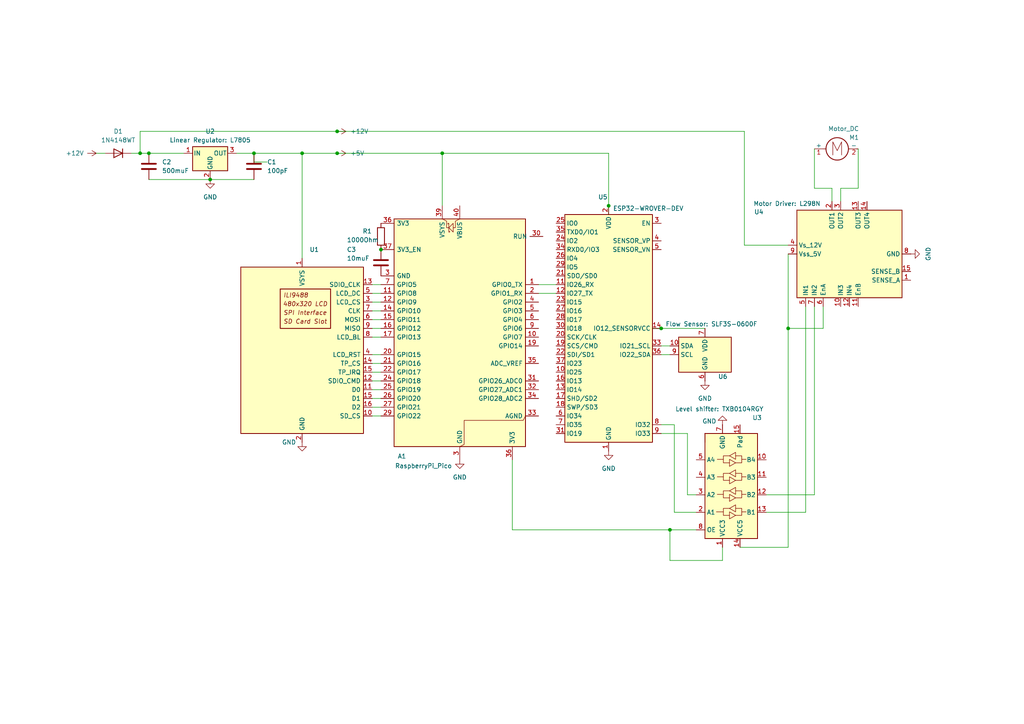
<source format=kicad_sch>
(kicad_sch
	(version 20250114)
	(generator "eeschema")
	(generator_version "9.0")
	(uuid "b19116cc-ac04-43f5-8653-da2d63786c62")
	(paper "A4")
	(lib_symbols
		(symbol "Device:C"
			(pin_numbers
				(hide yes)
			)
			(pin_names
				(offset 0.254)
			)
			(exclude_from_sim no)
			(in_bom yes)
			(on_board yes)
			(property "Reference" "C"
				(at 0.635 2.54 0)
				(effects
					(font
						(size 1.27 1.27)
					)
					(justify left)
				)
			)
			(property "Value" "C"
				(at 0.635 -2.54 0)
				(effects
					(font
						(size 1.27 1.27)
					)
					(justify left)
				)
			)
			(property "Footprint" ""
				(at 0.9652 -3.81 0)
				(effects
					(font
						(size 1.27 1.27)
					)
					(hide yes)
				)
			)
			(property "Datasheet" "~"
				(at 0 0 0)
				(effects
					(font
						(size 1.27 1.27)
					)
					(hide yes)
				)
			)
			(property "Description" "Unpolarized capacitor"
				(at 0 0 0)
				(effects
					(font
						(size 1.27 1.27)
					)
					(hide yes)
				)
			)
			(property "ki_keywords" "cap capacitor"
				(at 0 0 0)
				(effects
					(font
						(size 1.27 1.27)
					)
					(hide yes)
				)
			)
			(property "ki_fp_filters" "C_*"
				(at 0 0 0)
				(effects
					(font
						(size 1.27 1.27)
					)
					(hide yes)
				)
			)
			(symbol "C_0_1"
				(polyline
					(pts
						(xy -2.032 0.762) (xy 2.032 0.762)
					)
					(stroke
						(width 0.508)
						(type default)
					)
					(fill
						(type none)
					)
				)
				(polyline
					(pts
						(xy -2.032 -0.762) (xy 2.032 -0.762)
					)
					(stroke
						(width 0.508)
						(type default)
					)
					(fill
						(type none)
					)
				)
			)
			(symbol "C_1_1"
				(pin passive line
					(at 0 3.81 270)
					(length 2.794)
					(name "~"
						(effects
							(font
								(size 1.27 1.27)
							)
						)
					)
					(number "1"
						(effects
							(font
								(size 1.27 1.27)
							)
						)
					)
				)
				(pin passive line
					(at 0 -3.81 90)
					(length 2.794)
					(name "~"
						(effects
							(font
								(size 1.27 1.27)
							)
						)
					)
					(number "2"
						(effects
							(font
								(size 1.27 1.27)
							)
						)
					)
				)
			)
			(embedded_fonts no)
		)
		(symbol "Device:R"
			(pin_numbers
				(hide yes)
			)
			(pin_names
				(offset 0)
			)
			(exclude_from_sim no)
			(in_bom yes)
			(on_board yes)
			(property "Reference" "R"
				(at 2.032 0 90)
				(effects
					(font
						(size 1.27 1.27)
					)
				)
			)
			(property "Value" "R"
				(at 0 0 90)
				(effects
					(font
						(size 1.27 1.27)
					)
				)
			)
			(property "Footprint" ""
				(at -1.778 0 90)
				(effects
					(font
						(size 1.27 1.27)
					)
					(hide yes)
				)
			)
			(property "Datasheet" "~"
				(at 0 0 0)
				(effects
					(font
						(size 1.27 1.27)
					)
					(hide yes)
				)
			)
			(property "Description" "Resistor"
				(at 0 0 0)
				(effects
					(font
						(size 1.27 1.27)
					)
					(hide yes)
				)
			)
			(property "ki_keywords" "R res resistor"
				(at 0 0 0)
				(effects
					(font
						(size 1.27 1.27)
					)
					(hide yes)
				)
			)
			(property "ki_fp_filters" "R_*"
				(at 0 0 0)
				(effects
					(font
						(size 1.27 1.27)
					)
					(hide yes)
				)
			)
			(symbol "R_0_1"
				(rectangle
					(start -1.016 -2.54)
					(end 1.016 2.54)
					(stroke
						(width 0.254)
						(type default)
					)
					(fill
						(type none)
					)
				)
			)
			(symbol "R_1_1"
				(pin passive line
					(at 0 3.81 270)
					(length 1.27)
					(name "~"
						(effects
							(font
								(size 1.27 1.27)
							)
						)
					)
					(number "1"
						(effects
							(font
								(size 1.27 1.27)
							)
						)
					)
				)
				(pin passive line
					(at 0 -3.81 90)
					(length 1.27)
					(name "~"
						(effects
							(font
								(size 1.27 1.27)
							)
						)
					)
					(number "2"
						(effects
							(font
								(size 1.27 1.27)
							)
						)
					)
				)
			)
			(embedded_fonts no)
		)
		(symbol "Diode:1N4148WT"
			(pin_numbers
				(hide yes)
			)
			(pin_names
				(hide yes)
			)
			(exclude_from_sim no)
			(in_bom yes)
			(on_board yes)
			(property "Reference" "D"
				(at 0 2.54 0)
				(effects
					(font
						(size 1.27 1.27)
					)
				)
			)
			(property "Value" "1N4148WT"
				(at 0 -2.54 0)
				(effects
					(font
						(size 1.27 1.27)
					)
				)
			)
			(property "Footprint" "Diode_SMD:D_SOD-523"
				(at 0 -4.445 0)
				(effects
					(font
						(size 1.27 1.27)
					)
					(hide yes)
				)
			)
			(property "Datasheet" "https://www.diodes.com/assets/Datasheets/ds30396.pdf"
				(at 0 0 0)
				(effects
					(font
						(size 1.27 1.27)
					)
					(hide yes)
				)
			)
			(property "Description" "75V 0.15A Fast switching Diode, SOD-523"
				(at 0 0 0)
				(effects
					(font
						(size 1.27 1.27)
					)
					(hide yes)
				)
			)
			(property "Sim.Device" "D"
				(at 0 0 0)
				(effects
					(font
						(size 1.27 1.27)
					)
					(hide yes)
				)
			)
			(property "Sim.Pins" "1=K 2=A"
				(at 0 0 0)
				(effects
					(font
						(size 1.27 1.27)
					)
					(hide yes)
				)
			)
			(property "ki_keywords" "diode"
				(at 0 0 0)
				(effects
					(font
						(size 1.27 1.27)
					)
					(hide yes)
				)
			)
			(property "ki_fp_filters" "D*SOD?523*"
				(at 0 0 0)
				(effects
					(font
						(size 1.27 1.27)
					)
					(hide yes)
				)
			)
			(symbol "1N4148WT_0_1"
				(polyline
					(pts
						(xy -1.27 1.27) (xy -1.27 -1.27)
					)
					(stroke
						(width 0.254)
						(type default)
					)
					(fill
						(type none)
					)
				)
				(polyline
					(pts
						(xy 1.27 1.27) (xy 1.27 -1.27) (xy -1.27 0) (xy 1.27 1.27)
					)
					(stroke
						(width 0.254)
						(type default)
					)
					(fill
						(type none)
					)
				)
				(polyline
					(pts
						(xy 1.27 0) (xy -1.27 0)
					)
					(stroke
						(width 0)
						(type default)
					)
					(fill
						(type none)
					)
				)
			)
			(symbol "1N4148WT_1_1"
				(pin passive line
					(at -3.81 0 0)
					(length 2.54)
					(name "K"
						(effects
							(font
								(size 1.27 1.27)
							)
						)
					)
					(number "1"
						(effects
							(font
								(size 1.27 1.27)
							)
						)
					)
				)
				(pin passive line
					(at 3.81 0 180)
					(length 2.54)
					(name "A"
						(effects
							(font
								(size 1.27 1.27)
							)
						)
					)
					(number "2"
						(effects
							(font
								(size 1.27 1.27)
							)
						)
					)
				)
			)
			(embedded_fonts no)
		)
		(symbol "Driver_Display:CR2013-MI2120"
			(pin_names
				(offset 0.762)
			)
			(exclude_from_sim no)
			(in_bom yes)
			(on_board yes)
			(property "Reference" "U1"
				(at 2.1433 17.78 0)
				(effects
					(font
						(size 1.27 1.27)
					)
					(justify left)
				)
			)
			(property "Value" "Display:Pico-ResTouch-LCD-3.5"
				(at 2.1433 15.24 0)
				(show_name)
				(effects
					(font
						(size 1.27 1.27)
					)
					(justify left)
					(hide yes)
				)
			)
			(property "Footprint" "Display:Pico-ResTouch-LCD-3.5"
				(at 0 -17.78 0)
				(effects
					(font
						(size 1.27 1.27)
					)
					(hide yes)
				)
			)
			(property "Datasheet" "https://www.waveshare.com/wiki/Pico-ResTouch-LCD-3.5"
				(at -16.51 12.7 0)
				(effects
					(font
						(size 1.27 1.27)
					)
					(hide yes)
				)
			)
			(property "Description" "ILI9488 controller, SPI TFT LCD Touch Display, 9-pin breakout PCB, 4-pin SD card interface, 5V/3.3V"
				(at 0 0 0)
				(effects
					(font
						(size 1.27 1.27)
					)
					(hide yes)
				)
			)
			(property "ki_keywords" "driver display"
				(at 0 0 0)
				(effects
					(font
						(size 1.27 1.27)
					)
					(hide yes)
				)
			)
			(property "ki_fp_filters" "*CR2013*MI2120*"
				(at 0 0 0)
				(effects
					(font
						(size 1.27 1.27)
					)
					(hide yes)
				)
			)
			(symbol "CR2013-MI2120_0_0"
				(text "SPI Interface"
					(at -5.461 -0.508 0)
					(effects
						(font
							(size 1.27 1.27)
							(italic yes)
						)
						(justify left)
					)
				)
				(text "SD Card Slot"
					(at -5.461 -3.048 0)
					(effects
						(font
							(size 1.27 1.27)
							(italic yes)
						)
						(justify left)
					)
				)
			)
			(symbol "CR2013-MI2120_0_1"
				(rectangle
					(start -17.78 12.7)
					(end 17.78 -35.56)
					(stroke
						(width 0.254)
						(type default)
					)
					(fill
						(type background)
					)
				)
				(rectangle
					(start -6.35 6.35)
					(end 8.255 -5.08)
					(stroke
						(width 0.254)
						(type default)
					)
					(fill
						(type none)
					)
				)
			)
			(symbol "CR2013-MI2120_1_1"
				(text "ILI9488\n"
					(at -5.461 4.572 0)
					(effects
						(font
							(size 1.27 1.27)
							(italic yes)
						)
						(justify left)
					)
				)
				(text "480x320 LCD"
					(at 0.889 2.032 0)
					(effects
						(font
							(size 1.27 1.27)
							(italic yes)
						)
					)
				)
				(pin power_in line
					(at 0 15.24 270)
					(length 2.54)
					(name "VSYS"
						(effects
							(font
								(size 1.27 1.27)
							)
						)
					)
					(number "1"
						(effects
							(font
								(size 1.27 1.27)
							)
						)
					)
				)
				(pin power_in line
					(at 0 -38.1 90)
					(length 2.54)
					(name "GND"
						(effects
							(font
								(size 1.27 1.27)
							)
						)
					)
					(number "2"
						(effects
							(font
								(size 1.27 1.27)
							)
						)
					)
				)
				(pin bidirectional line
					(at 20.32 7.62 180)
					(length 2.54)
					(name "SDIO_CLK"
						(effects
							(font
								(size 1.27 1.27)
							)
						)
					)
					(number "13"
						(effects
							(font
								(size 1.27 1.27)
							)
						)
					)
				)
				(pin input line
					(at 20.32 5.08 180)
					(length 2.54)
					(name "LCD_DC"
						(effects
							(font
								(size 1.27 1.27)
							)
						)
					)
					(number "5"
						(effects
							(font
								(size 1.27 1.27)
							)
						)
					)
				)
				(pin input line
					(at 20.32 2.54 180)
					(length 2.54)
					(name "LCD_CS"
						(effects
							(font
								(size 1.27 1.27)
							)
						)
					)
					(number "3"
						(effects
							(font
								(size 1.27 1.27)
							)
						)
					)
				)
				(pin input line
					(at 20.32 0 180)
					(length 2.54)
					(name "CLK"
						(effects
							(font
								(size 1.27 1.27)
							)
						)
					)
					(number "7"
						(effects
							(font
								(size 1.27 1.27)
							)
						)
					)
				)
				(pin input line
					(at 20.32 -2.54 180)
					(length 2.54)
					(name "MOSI"
						(effects
							(font
								(size 1.27 1.27)
							)
						)
					)
					(number "6"
						(effects
							(font
								(size 1.27 1.27)
							)
						)
					)
				)
				(pin output line
					(at 20.32 -5.08 180)
					(length 2.54)
					(name "MISO"
						(effects
							(font
								(size 1.27 1.27)
							)
						)
					)
					(number "9"
						(effects
							(font
								(size 1.27 1.27)
							)
						)
					)
				)
				(pin input line
					(at 20.32 -7.62 180)
					(length 2.54)
					(name "LCD_BL"
						(effects
							(font
								(size 1.27 1.27)
							)
						)
					)
					(number "8"
						(effects
							(font
								(size 1.27 1.27)
							)
						)
					)
				)
				(pin input line
					(at 20.32 -12.7 180)
					(length 2.54)
					(name "LCD_RST"
						(effects
							(font
								(size 1.27 1.27)
							)
						)
					)
					(number "4"
						(effects
							(font
								(size 1.27 1.27)
							)
						)
					)
				)
				(pin input line
					(at 20.32 -15.24 180)
					(length 2.54)
					(name "TP_CS"
						(effects
							(font
								(size 1.27 1.27)
							)
						)
					)
					(number "14"
						(effects
							(font
								(size 1.27 1.27)
							)
						)
					)
				)
				(pin input line
					(at 20.32 -17.78 180)
					(length 2.54)
					(name "TP_IRQ"
						(effects
							(font
								(size 1.27 1.27)
							)
						)
					)
					(number "15"
						(effects
							(font
								(size 1.27 1.27)
							)
						)
					)
				)
				(pin bidirectional line
					(at 20.32 -20.32 180)
					(length 2.54)
					(name "SDIO_CMD"
						(effects
							(font
								(size 1.27 1.27)
							)
						)
					)
					(number "12"
						(effects
							(font
								(size 1.27 1.27)
							)
						)
					)
				)
				(pin input line
					(at 20.32 -22.86 180)
					(length 2.54)
					(name "D0"
						(effects
							(font
								(size 1.27 1.27)
							)
						)
					)
					(number "11"
						(effects
							(font
								(size 1.27 1.27)
							)
						)
					)
				)
				(pin input line
					(at 20.32 -25.4 180)
					(length 2.54)
					(name "D1"
						(effects
							(font
								(size 1.27 1.27)
							)
						)
					)
					(number "15"
						(effects
							(font
								(size 1.27 1.27)
							)
						)
					)
				)
				(pin input line
					(at 20.32 -27.94 180)
					(length 2.54)
					(name "D2"
						(effects
							(font
								(size 1.27 1.27)
							)
						)
					)
					(number "16"
						(effects
							(font
								(size 1.27 1.27)
							)
						)
					)
				)
				(pin input line
					(at 20.32 -30.48 180)
					(length 2.54)
					(name "SD_CS"
						(effects
							(font
								(size 1.27 1.27)
							)
						)
					)
					(number "10"
						(effects
							(font
								(size 1.27 1.27)
							)
						)
					)
				)
			)
			(embedded_fonts no)
		)
		(symbol "Driver_Motor:L298N"
			(exclude_from_sim no)
			(in_bom yes)
			(on_board yes)
			(property "Reference" "U4"
				(at 4.6833 20.32 0)
				(effects
					(font
						(size 1.27 1.27)
					)
					(justify left)
				)
			)
			(property "Value" "Motor Driver: L298N"
				(at 4.6833 17.78 0)
				(effects
					(font
						(size 1.27 1.27)
					)
					(justify left)
				)
			)
			(property "Footprint" "Package_TO_SOT_THT:TO-220-15_P2.54x5.08mm_StaggerOdd_Lead4.58mm_Vertical"
				(at 1.27 -16.51 0)
				(effects
					(font
						(size 1.27 1.27)
					)
					(justify left)
					(hide yes)
				)
			)
			(property "Datasheet" "http://www.st.com/st-web-ui/static/active/en/resource/technical/document/datasheet/CD00000240.pdf"
				(at 3.81 6.35 0)
				(effects
					(font
						(size 1.27 1.27)
					)
					(hide yes)
				)
			)
			(property "Description" "Dual full bridge motor driver, up to 46V, 4A, Multiwatt15-V"
				(at 0 0 0)
				(effects
					(font
						(size 1.27 1.27)
					)
					(hide yes)
				)
			)
			(property "ki_keywords" "H-bridge motor driver"
				(at 0 0 0)
				(effects
					(font
						(size 1.27 1.27)
					)
					(hide yes)
				)
			)
			(property "ki_fp_filters" "TO?220*StaggerOdd*Vertical*"
				(at 0 0 0)
				(effects
					(font
						(size 1.27 1.27)
					)
					(hide yes)
				)
			)
			(symbol "L298N_0_1"
				(rectangle
					(start -12.7 15.24)
					(end 12.7 -15.24)
					(stroke
						(width 0.254)
						(type default)
					)
					(fill
						(type background)
					)
				)
			)
			(symbol "L298N_1_1"
				(pin input line
					(at -15.24 12.7 0)
					(length 2.54)
					(name "IN1"
						(effects
							(font
								(size 1.27 1.27)
							)
						)
					)
					(number "5"
						(effects
							(font
								(size 1.27 1.27)
							)
						)
					)
				)
				(pin input line
					(at -15.24 10.16 0)
					(length 2.54)
					(name "IN2"
						(effects
							(font
								(size 1.27 1.27)
							)
						)
					)
					(number "7"
						(effects
							(font
								(size 1.27 1.27)
							)
						)
					)
				)
				(pin input line
					(at -15.24 7.62 0)
					(length 2.54)
					(name "EnA"
						(effects
							(font
								(size 1.27 1.27)
							)
						)
					)
					(number "6"
						(effects
							(font
								(size 1.27 1.27)
							)
						)
					)
				)
				(pin input line
					(at -15.24 2.54 0)
					(length 2.54)
					(name "IN3"
						(effects
							(font
								(size 1.27 1.27)
							)
						)
					)
					(number "10"
						(effects
							(font
								(size 1.27 1.27)
							)
						)
					)
				)
				(pin input line
					(at -15.24 0 0)
					(length 2.54)
					(name "IN4"
						(effects
							(font
								(size 1.27 1.27)
							)
						)
					)
					(number "12"
						(effects
							(font
								(size 1.27 1.27)
							)
						)
					)
				)
				(pin input line
					(at -15.24 -2.54 0)
					(length 2.54)
					(name "EnB"
						(effects
							(font
								(size 1.27 1.27)
							)
						)
					)
					(number "11"
						(effects
							(font
								(size 1.27 1.27)
							)
						)
					)
				)
				(pin input line
					(at -7.62 -17.78 90)
					(length 2.54)
					(name "SENSE_A"
						(effects
							(font
								(size 1.27 1.27)
							)
						)
					)
					(number "1"
						(effects
							(font
								(size 1.27 1.27)
							)
						)
					)
				)
				(pin input line
					(at -5.08 -17.78 90)
					(length 2.54)
					(name "SENSE_B"
						(effects
							(font
								(size 1.27 1.27)
							)
						)
					)
					(number "15"
						(effects
							(font
								(size 1.27 1.27)
							)
						)
					)
				)
				(pin power_in line
					(at 0 17.78 270)
					(length 2.54)
					(name "Vss_5V"
						(effects
							(font
								(size 1.27 1.27)
							)
						)
					)
					(number "9"
						(effects
							(font
								(size 1.27 1.27)
							)
						)
					)
				)
				(pin power_in line
					(at 0 -17.78 90)
					(length 2.54)
					(name "GND"
						(effects
							(font
								(size 1.27 1.27)
							)
						)
					)
					(number "8"
						(effects
							(font
								(size 1.27 1.27)
							)
						)
					)
				)
				(pin power_in line
					(at 2.54 17.78 270)
					(length 2.54)
					(name "Vs_12V"
						(effects
							(font
								(size 1.27 1.27)
							)
						)
					)
					(number "4"
						(effects
							(font
								(size 1.27 1.27)
							)
						)
					)
				)
				(pin output line
					(at 15.24 5.08 180)
					(length 2.54)
					(name "OUT1"
						(effects
							(font
								(size 1.27 1.27)
							)
						)
					)
					(number "2"
						(effects
							(font
								(size 1.27 1.27)
							)
						)
					)
				)
				(pin output line
					(at 15.24 2.54 180)
					(length 2.54)
					(name "OUT2"
						(effects
							(font
								(size 1.27 1.27)
							)
						)
					)
					(number "3"
						(effects
							(font
								(size 1.27 1.27)
							)
						)
					)
				)
				(pin output line
					(at 15.24 -2.54 180)
					(length 2.54)
					(name "OUT3"
						(effects
							(font
								(size 1.27 1.27)
							)
						)
					)
					(number "13"
						(effects
							(font
								(size 1.27 1.27)
							)
						)
					)
				)
				(pin output line
					(at 15.24 -5.08 180)
					(length 2.54)
					(name "OUT4"
						(effects
							(font
								(size 1.27 1.27)
							)
						)
					)
					(number "14"
						(effects
							(font
								(size 1.27 1.27)
							)
						)
					)
				)
			)
			(embedded_fonts no)
		)
		(symbol "Logic_LevelTranslator:TXB0104RGY"
			(exclude_from_sim no)
			(in_bom yes)
			(on_board yes)
			(property "Reference" "U3"
				(at 4.6833 20.32 0)
				(effects
					(font
						(size 1.27 1.27)
					)
					(justify left)
				)
			)
			(property "Value" "Level shifter: TXB0104RGY"
				(at 4.6833 17.78 0)
				(effects
					(font
						(size 1.27 1.27)
					)
					(justify left)
				)
			)
			(property "Footprint" "Package_DFN_QFN:Texas_S-PVQFN-N14"
				(at 0 -19.05 0)
				(effects
					(font
						(size 1.27 1.27)
					)
					(hide yes)
				)
			)
			(property "Datasheet" "http://www.ti.com/lit/ds/symlink/txb0104.pdf"
				(at 2.794 2.413 0)
				(effects
					(font
						(size 1.27 1.27)
					)
					(hide yes)
				)
			)
			(property "Description" "4-Bit Bidirectional Voltage-Level Translator, Auto Direction Sensing and ±15-kV ESD Protection, 1.2 - 3.6V APort, 1.65 - 5.5V BPort, Texas_PVGFN-14"
				(at 0 0 0)
				(effects
					(font
						(size 1.27 1.27)
					)
					(hide yes)
				)
			)
			(property "ki_keywords" "Level-Shifter CMOS-TTL-Translation"
				(at 0 0 0)
				(effects
					(font
						(size 1.27 1.27)
					)
					(hide yes)
				)
			)
			(property "ki_fp_filters" "Texas*S*PVQFN*N14*"
				(at 0 0 0)
				(effects
					(font
						(size 1.27 1.27)
					)
					(hide yes)
				)
			)
			(symbol "TXB0104RGY_0_1"
				(rectangle
					(start -7.62 15.24)
					(end 7.62 -15.24)
					(stroke
						(width 0.254)
						(type default)
					)
					(fill
						(type background)
					)
				)
				(rectangle
					(start -7.62 -15.24)
					(end -7.62 -12.7)
					(stroke
						(width 0.254)
						(type default)
					)
					(fill
						(type none)
					)
				)
				(polyline
					(pts
						(xy -2.286 7.493) (xy -2.286 8.509) (xy -0.508 8.509)
					)
					(stroke
						(width 0)
						(type default)
					)
					(fill
						(type none)
					)
				)
				(polyline
					(pts
						(xy -2.286 2.413) (xy -2.286 3.429) (xy -0.508 3.429)
					)
					(stroke
						(width 0)
						(type default)
					)
					(fill
						(type none)
					)
				)
				(polyline
					(pts
						(xy -2.286 -2.667) (xy -2.286 -1.651) (xy -0.508 -1.651)
					)
					(stroke
						(width 0)
						(type default)
					)
					(fill
						(type none)
					)
				)
				(polyline
					(pts
						(xy -2.286 -7.747) (xy -2.286 -6.731) (xy -0.508 -6.731)
					)
					(stroke
						(width 0)
						(type default)
					)
					(fill
						(type none)
					)
				)
				(polyline
					(pts
						(xy -0.508 6.477) (xy -2.286 6.477) (xy -2.286 7.493) (xy -4.318 7.493)
					)
					(stroke
						(width 0)
						(type default)
					)
					(fill
						(type none)
					)
				)
				(polyline
					(pts
						(xy -0.508 6.477) (xy 1.27 7.493) (xy 1.27 5.461) (xy -0.508 6.477)
					)
					(stroke
						(width 0)
						(type default)
					)
					(fill
						(type none)
					)
				)
				(polyline
					(pts
						(xy -0.508 1.397) (xy -2.286 1.397) (xy -2.286 2.413) (xy -4.064 2.413)
					)
					(stroke
						(width 0)
						(type default)
					)
					(fill
						(type none)
					)
				)
				(polyline
					(pts
						(xy -0.508 1.397) (xy 1.27 2.413) (xy 1.27 0.381) (xy -0.508 1.397)
					)
					(stroke
						(width 0)
						(type default)
					)
					(fill
						(type none)
					)
				)
				(polyline
					(pts
						(xy -0.508 -3.683) (xy -2.286 -3.683) (xy -2.286 -2.667) (xy -4.064 -2.667)
					)
					(stroke
						(width 0)
						(type default)
					)
					(fill
						(type none)
					)
				)
				(polyline
					(pts
						(xy -0.508 -3.683) (xy 1.27 -2.667) (xy 1.27 -4.699) (xy -0.508 -3.683)
					)
					(stroke
						(width 0)
						(type default)
					)
					(fill
						(type none)
					)
				)
				(polyline
					(pts
						(xy -0.508 -8.763) (xy -2.286 -8.763) (xy -2.286 -7.747) (xy -4.064 -7.747)
					)
					(stroke
						(width 0)
						(type default)
					)
					(fill
						(type none)
					)
				)
				(polyline
					(pts
						(xy -0.508 -8.763) (xy 1.27 -7.747) (xy 1.27 -9.779) (xy -0.508 -8.763)
					)
					(stroke
						(width 0)
						(type default)
					)
					(fill
						(type none)
					)
				)
				(polyline
					(pts
						(xy 1.27 8.509) (xy -0.508 7.493) (xy -0.508 9.525) (xy 1.27 8.509)
					)
					(stroke
						(width 0)
						(type default)
					)
					(fill
						(type none)
					)
				)
				(polyline
					(pts
						(xy 1.27 8.509) (xy 3.048 8.509) (xy 3.048 7.493) (xy 4.318 7.493)
					)
					(stroke
						(width 0)
						(type default)
					)
					(fill
						(type none)
					)
				)
				(polyline
					(pts
						(xy 1.27 3.429) (xy -0.508 2.413) (xy -0.508 4.445) (xy 1.27 3.429)
					)
					(stroke
						(width 0)
						(type default)
					)
					(fill
						(type none)
					)
				)
				(polyline
					(pts
						(xy 1.27 3.429) (xy 3.048 3.429) (xy 3.048 2.413) (xy 4.318 2.413)
					)
					(stroke
						(width 0)
						(type default)
					)
					(fill
						(type none)
					)
				)
				(polyline
					(pts
						(xy 1.27 -1.651) (xy -0.508 -2.667) (xy -0.508 -0.635) (xy 1.27 -1.651)
					)
					(stroke
						(width 0)
						(type default)
					)
					(fill
						(type none)
					)
				)
				(polyline
					(pts
						(xy 1.27 -1.651) (xy 3.048 -1.651) (xy 3.048 -2.667) (xy 4.318 -2.667)
					)
					(stroke
						(width 0)
						(type default)
					)
					(fill
						(type none)
					)
				)
				(polyline
					(pts
						(xy 1.27 -6.731) (xy -0.508 -7.747) (xy -0.508 -5.715) (xy 1.27 -6.731)
					)
					(stroke
						(width 0)
						(type default)
					)
					(fill
						(type none)
					)
				)
				(polyline
					(pts
						(xy 1.27 -6.731) (xy 3.048 -6.731) (xy 3.048 -7.747) (xy 4.318 -7.747)
					)
					(stroke
						(width 0)
						(type default)
					)
					(fill
						(type none)
					)
				)
				(polyline
					(pts
						(xy 3.048 7.493) (xy 3.048 6.477) (xy 1.27 6.477)
					)
					(stroke
						(width 0)
						(type default)
					)
					(fill
						(type none)
					)
				)
				(polyline
					(pts
						(xy 3.048 2.413) (xy 3.048 1.397) (xy 1.27 1.397)
					)
					(stroke
						(width 0)
						(type default)
					)
					(fill
						(type none)
					)
				)
				(polyline
					(pts
						(xy 3.048 -2.667) (xy 3.048 -3.683) (xy 1.27 -3.683)
					)
					(stroke
						(width 0)
						(type default)
					)
					(fill
						(type none)
					)
				)
				(polyline
					(pts
						(xy 3.048 -7.747) (xy 3.048 -8.763) (xy 1.27 -8.763)
					)
					(stroke
						(width 0)
						(type default)
					)
					(fill
						(type none)
					)
				)
			)
			(symbol "TXB0104RGY_1_1"
				(pin input line
					(at -10.16 12.7 0)
					(length 2.54)
					(name "OE"
						(effects
							(font
								(size 1.27 1.27)
							)
						)
					)
					(number "8"
						(effects
							(font
								(size 1.27 1.27)
							)
						)
					)
				)
				(pin bidirectional line
					(at -10.16 7.62 0)
					(length 2.54)
					(name "A1"
						(effects
							(font
								(size 1.27 1.27)
							)
						)
					)
					(number "2"
						(effects
							(font
								(size 1.27 1.27)
							)
						)
					)
				)
				(pin bidirectional line
					(at -10.16 2.54 0)
					(length 2.54)
					(name "A2"
						(effects
							(font
								(size 1.27 1.27)
							)
						)
					)
					(number "3"
						(effects
							(font
								(size 1.27 1.27)
							)
						)
					)
				)
				(pin bidirectional line
					(at -10.16 -2.54 0)
					(length 2.54)
					(name "A3"
						(effects
							(font
								(size 1.27 1.27)
							)
						)
					)
					(number "4"
						(effects
							(font
								(size 1.27 1.27)
							)
						)
					)
				)
				(pin bidirectional line
					(at -10.16 -7.62 0)
					(length 2.54)
					(name "A4"
						(effects
							(font
								(size 1.27 1.27)
							)
						)
					)
					(number "5"
						(effects
							(font
								(size 1.27 1.27)
							)
						)
					)
				)
				(pin no_connect line
					(at -7.62 -12.7 0)
					(length 2.54)
					(hide yes)
					(name "NC"
						(effects
							(font
								(size 1.27 1.27)
							)
						)
					)
					(number "6"
						(effects
							(font
								(size 1.27 1.27)
							)
						)
					)
				)
				(pin power_in line
					(at -2.54 17.78 270)
					(length 2.54)
					(name "VCC3"
						(effects
							(font
								(size 1.27 1.27)
							)
						)
					)
					(number "1"
						(effects
							(font
								(size 1.27 1.27)
							)
						)
					)
				)
				(pin power_in line
					(at -2.54 -17.78 90)
					(length 2.54)
					(name "GND"
						(effects
							(font
								(size 1.27 1.27)
							)
						)
					)
					(number "7"
						(effects
							(font
								(size 1.27 1.27)
							)
						)
					)
				)
				(pin power_in line
					(at 2.54 17.78 270)
					(length 2.54)
					(name "VCC5"
						(effects
							(font
								(size 1.27 1.27)
							)
						)
					)
					(number "14"
						(effects
							(font
								(size 1.27 1.27)
							)
						)
					)
				)
				(pin input line
					(at 2.54 -17.78 90)
					(length 2.54)
					(name "Pad"
						(effects
							(font
								(size 1.27 1.27)
							)
						)
					)
					(number "15"
						(effects
							(font
								(size 1.27 1.27)
							)
						)
					)
				)
				(pin no_connect line
					(at 7.62 -12.7 180)
					(length 2.54)
					(hide yes)
					(name "NC"
						(effects
							(font
								(size 1.27 1.27)
							)
						)
					)
					(number "9"
						(effects
							(font
								(size 1.27 1.27)
							)
						)
					)
				)
				(pin bidirectional line
					(at 10.16 7.62 180)
					(length 2.54)
					(name "B1"
						(effects
							(font
								(size 1.27 1.27)
							)
						)
					)
					(number "13"
						(effects
							(font
								(size 1.27 1.27)
							)
						)
					)
				)
				(pin bidirectional line
					(at 10.16 2.54 180)
					(length 2.54)
					(name "B2"
						(effects
							(font
								(size 1.27 1.27)
							)
						)
					)
					(number "12"
						(effects
							(font
								(size 1.27 1.27)
							)
						)
					)
				)
				(pin bidirectional line
					(at 10.16 -2.54 180)
					(length 2.54)
					(name "B3"
						(effects
							(font
								(size 1.27 1.27)
							)
						)
					)
					(number "11"
						(effects
							(font
								(size 1.27 1.27)
							)
						)
					)
				)
				(pin bidirectional line
					(at 10.16 -7.62 180)
					(length 2.54)
					(name "B4"
						(effects
							(font
								(size 1.27 1.27)
							)
						)
					)
					(number "10"
						(effects
							(font
								(size 1.27 1.27)
							)
						)
					)
				)
			)
			(embedded_fonts no)
		)
		(symbol "MCU_Module:RaspberryPi_Pico"
			(pin_names
				(offset 0.762)
			)
			(exclude_from_sim no)
			(in_bom yes)
			(on_board yes)
			(property "Reference" "A1"
				(at -18.034 -34.544 0)
				(effects
					(font
						(size 1.27 1.27)
					)
					(justify left)
				)
			)
			(property "Value" "RaspberryPi_Pico"
				(at -18.796 -37.338 0)
				(effects
					(font
						(size 1.27 1.27)
					)
					(justify left)
				)
			)
			(property "Footprint" "Module:RaspberryPi_Pico_Common_Unspecified"
				(at 0 -46.99 0)
				(effects
					(font
						(size 1.27 1.27)
					)
					(hide yes)
				)
			)
			(property "Datasheet" "https://datasheets.raspberrypi.com/pico/pico-datasheet.pdf"
				(at 0 -49.53 0)
				(effects
					(font
						(size 1.27 1.27)
					)
					(hide yes)
				)
			)
			(property "Description" "Versatile and inexpensive microcontroller module powered by RP2040 dual-core Arm Cortex-M0+ processor up to 133 MHz, 264kB SRAM, 2MB QSPI flash; also supports Raspberry Pi Pico 2"
				(at 0 -52.07 0)
				(effects
					(font
						(size 1.27 1.27)
					)
					(hide yes)
				)
			)
			(property "ki_keywords" "RP2350A M33 RISC-V Hazard3 usb"
				(at 0 0 0)
				(effects
					(font
						(size 1.27 1.27)
					)
					(hide yes)
				)
			)
			(property "ki_fp_filters" "RaspberryPi?Pico?Common* RaspberryPi?Pico?SMD*"
				(at 0 0 0)
				(effects
					(font
						(size 1.27 1.27)
					)
					(hide yes)
				)
			)
			(symbol "RaspberryPi_Pico_0_1"
				(rectangle
					(start -19.05 34.29)
					(end 19.05 -31.75)
					(stroke
						(width 0.254)
						(type default)
					)
					(fill
						(type background)
					)
				)
				(polyline
					(pts
						(xy -5.08 34.29) (xy -3.81 33.655) (xy -3.81 31.75) (xy -3.175 31.75)
					)
					(stroke
						(width 0)
						(type default)
					)
					(fill
						(type none)
					)
				)
				(polyline
					(pts
						(xy -3.429 32.766) (xy -3.429 33.02) (xy -3.175 33.02) (xy -3.175 30.48) (xy -2.921 30.48) (xy -2.921 30.734)
					)
					(stroke
						(width 0)
						(type default)
					)
					(fill
						(type none)
					)
				)
				(polyline
					(pts
						(xy -3.175 31.75) (xy -1.905 33.02) (xy -1.905 30.48) (xy -3.175 31.75)
					)
					(stroke
						(width 0)
						(type default)
					)
					(fill
						(type none)
					)
				)
				(polyline
					(pts
						(xy 0 34.29) (xy -1.27 33.655) (xy -1.27 31.75) (xy -1.905 31.75)
					)
					(stroke
						(width 0)
						(type default)
					)
					(fill
						(type none)
					)
				)
				(polyline
					(pts
						(xy 0 -31.75) (xy 1.27 -31.115) (xy 1.27 -24.13) (xy 18.415 -24.13) (xy 19.05 -22.86)
					)
					(stroke
						(width 0)
						(type default)
					)
					(fill
						(type none)
					)
				)
			)
			(symbol "RaspberryPi_Pico_1_1"
				(pin power_out line
					(at -22.86 33.02 0)
					(length 3.81)
					(name "3V3"
						(effects
							(font
								(size 1.27 1.27)
							)
						)
					)
					(number "36"
						(effects
							(font
								(size 1.27 1.27)
							)
						)
					)
				)
				(pin passive line
					(at -22.86 25.4 0)
					(length 3.81)
					(name "3V3_EN"
						(effects
							(font
								(size 1.27 1.27)
							)
						)
					)
					(number "37"
						(effects
							(font
								(size 1.27 1.27)
							)
						)
					)
					(alternate "~{3V3_DISABLE}" passive line)
				)
				(pin power_out line
					(at -22.86 17.78 0)
					(length 3.81)
					(name "GND"
						(effects
							(font
								(size 1.27 1.27)
							)
						)
					)
					(number "3"
						(effects
							(font
								(size 1.27 1.27)
							)
						)
					)
					(alternate "GND_IN" power_in line)
				)
				(pin bidirectional line
					(at -22.86 15.24 0)
					(length 3.81)
					(name "GPIO5"
						(effects
							(font
								(size 1.27 1.27)
							)
						)
					)
					(number "7"
						(effects
							(font
								(size 1.27 1.27)
							)
						)
					)
					(alternate "I2C0_SCL" bidirectional clock)
					(alternate "PWM2_B" bidirectional line)
					(alternate "UART1_RX" input line)
					(alternate "USB_VBUS_EN" output line)
					(alternate "~{SPI0_CSn}" bidirectional line)
				)
				(pin bidirectional line
					(at -22.86 12.7 0)
					(length 3.81)
					(name "GPIO8"
						(effects
							(font
								(size 1.27 1.27)
							)
						)
					)
					(number "11"
						(effects
							(font
								(size 1.27 1.27)
							)
						)
					)
					(alternate "I2C0_SDA" bidirectional line)
					(alternate "PWM4_A" output line)
					(alternate "SPI1_RX" input line)
					(alternate "UART1_TX" output line)
					(alternate "USB_VBUS_EN" output line)
				)
				(pin bidirectional line
					(at -22.86 10.16 0)
					(length 3.81)
					(name "GPIO9"
						(effects
							(font
								(size 1.27 1.27)
							)
						)
					)
					(number "12"
						(effects
							(font
								(size 1.27 1.27)
							)
						)
					)
					(alternate "I2C0_SCL" bidirectional clock)
					(alternate "PWM4_B" bidirectional line)
					(alternate "UART1_RX" input line)
					(alternate "USB_OVCUR_DET" input line)
					(alternate "~{SPI1_CSn}" bidirectional line)
				)
				(pin bidirectional line
					(at -22.86 7.62 0)
					(length 3.81)
					(name "GPIO10"
						(effects
							(font
								(size 1.27 1.27)
							)
						)
					)
					(number "14"
						(effects
							(font
								(size 1.27 1.27)
							)
						)
					)
					(alternate "I2C1_SDA" bidirectional line)
					(alternate "PWM5_A" output line)
					(alternate "SPI1_SCK" bidirectional clock)
					(alternate "UART1_CTS" input line)
					(alternate "USB_VBUS_DET" input line)
				)
				(pin bidirectional line
					(at -22.86 5.08 0)
					(length 3.81)
					(name "GPIO11"
						(effects
							(font
								(size 1.27 1.27)
							)
						)
					)
					(number "15"
						(effects
							(font
								(size 1.27 1.27)
							)
						)
					)
					(alternate "I2C1_SCL" bidirectional clock)
					(alternate "PWM5_B" bidirectional line)
					(alternate "SPI1_TX" output line)
					(alternate "UART1_RTS" output line)
					(alternate "USB_VBUS_EN" output line)
				)
				(pin bidirectional line
					(at -22.86 2.54 0)
					(length 3.81)
					(name "GPIO12"
						(effects
							(font
								(size 1.27 1.27)
							)
						)
					)
					(number "16"
						(effects
							(font
								(size 1.27 1.27)
							)
						)
					)
					(alternate "I2C0_SDA" bidirectional line)
					(alternate "PWM6_A" output line)
					(alternate "SPI1_RX" input line)
					(alternate "UART0_TX" output line)
					(alternate "USB_OVCUR_DET" input line)
				)
				(pin bidirectional line
					(at -22.86 0 0)
					(length 3.81)
					(name "GPIO13"
						(effects
							(font
								(size 1.27 1.27)
							)
						)
					)
					(number "17"
						(effects
							(font
								(size 1.27 1.27)
							)
						)
					)
					(alternate "I2C0_SCL" bidirectional clock)
					(alternate "PWM6_B" bidirectional line)
					(alternate "UART0_RX" input line)
					(alternate "USB_VBUS_DET" input line)
					(alternate "~{SPI1_CSn}" bidirectional line)
				)
				(pin bidirectional line
					(at -22.86 -5.08 0)
					(length 3.81)
					(name "GPIO15"
						(effects
							(font
								(size 1.27 1.27)
							)
						)
					)
					(number "20"
						(effects
							(font
								(size 1.27 1.27)
							)
						)
					)
					(alternate "I2C1_SCL" bidirectional clock)
					(alternate "PWM7_B" bidirectional line)
					(alternate "SPI1_TX" output line)
					(alternate "UART0_RTS" output line)
					(alternate "USB_OVCUR_DET" input line)
				)
				(pin bidirectional line
					(at -22.86 -7.62 0)
					(length 3.81)
					(name "GPIO16"
						(effects
							(font
								(size 1.27 1.27)
							)
						)
					)
					(number "21"
						(effects
							(font
								(size 1.27 1.27)
							)
						)
					)
					(alternate "I2C0_SDA" bidirectional line)
					(alternate "PWM0_A" output line)
					(alternate "SPI0_RX" input line)
					(alternate "UART0_TX" output line)
					(alternate "USB_VBUS_DET" input line)
				)
				(pin bidirectional line
					(at -22.86 -10.16 0)
					(length 3.81)
					(name "GPIO17"
						(effects
							(font
								(size 1.27 1.27)
							)
						)
					)
					(number "22"
						(effects
							(font
								(size 1.27 1.27)
							)
						)
					)
					(alternate "I2C0_SCL" bidirectional clock)
					(alternate "PWM0_B" bidirectional line)
					(alternate "UART0_RX" input line)
					(alternate "USB_VBUS_EN" output line)
					(alternate "~{SPI0_CSn}" bidirectional line)
				)
				(pin bidirectional line
					(at -22.86 -12.7 0)
					(length 3.81)
					(name "GPIO18"
						(effects
							(font
								(size 1.27 1.27)
							)
						)
					)
					(number "24"
						(effects
							(font
								(size 1.27 1.27)
							)
						)
					)
					(alternate "I2C1_SDA" bidirectional line)
					(alternate "PWM1_A" output line)
					(alternate "SPI0_SCK" bidirectional clock)
					(alternate "UART0_CTS" input line)
					(alternate "USB_OVCUR_DET" input line)
				)
				(pin bidirectional line
					(at -22.86 -15.24 0)
					(length 3.81)
					(name "GPIO19"
						(effects
							(font
								(size 1.27 1.27)
							)
						)
					)
					(number "25"
						(effects
							(font
								(size 1.27 1.27)
							)
						)
					)
					(alternate "I2C1_SCL" bidirectional clock)
					(alternate "PWM1_B" bidirectional line)
					(alternate "SPI0_TX" output line)
					(alternate "UART0_RTS" output line)
					(alternate "USB_VBUS_DET" input line)
				)
				(pin bidirectional line
					(at -22.86 -17.78 0)
					(length 3.81)
					(name "GPIO20"
						(effects
							(font
								(size 1.27 1.27)
							)
						)
					)
					(number "26"
						(effects
							(font
								(size 1.27 1.27)
							)
						)
					)
					(alternate "CLOCK_GPIN0" input clock)
					(alternate "I2C0_SDA" bidirectional line)
					(alternate "PWM2_A" output line)
					(alternate "SPI0_RX" input line)
					(alternate "UART1_TX" output line)
					(alternate "USB_VBUS_EN" output line)
				)
				(pin bidirectional line
					(at -22.86 -20.32 0)
					(length 3.81)
					(name "GPIO21"
						(effects
							(font
								(size 1.27 1.27)
							)
						)
					)
					(number "27"
						(effects
							(font
								(size 1.27 1.27)
							)
						)
					)
					(alternate "CLOCK_GPOUT0" output clock)
					(alternate "I2C0_SCL" bidirectional clock)
					(alternate "PWM2_B" bidirectional line)
					(alternate "UART1_RX" input line)
					(alternate "USB_OVCUR_DET" input line)
					(alternate "~{SPI0_CSn}" bidirectional line)
				)
				(pin bidirectional line
					(at -22.86 -22.86 0)
					(length 3.81)
					(name "GPIO22"
						(effects
							(font
								(size 1.27 1.27)
							)
						)
					)
					(number "29"
						(effects
							(font
								(size 1.27 1.27)
							)
						)
					)
					(alternate "CLOCK_GPIN1" input clock)
					(alternate "I2C1_SDA" bidirectional line)
					(alternate "PWM3_A" output line)
					(alternate "SPI0_SCK" bidirectional clock)
					(alternate "UART1_CTS" input line)
					(alternate "USB_VBUS_DET" input line)
				)
				(pin power_in line
					(at -5.08 38.1 270)
					(length 3.81)
					(name "VSYS"
						(effects
							(font
								(size 1.27 1.27)
							)
						)
					)
					(number "39"
						(effects
							(font
								(size 1.27 1.27)
							)
						)
					)
					(alternate "VSYS_OUT" power_out line)
				)
				(pin power_out line
					(at 0 38.1 270)
					(length 3.81)
					(name "VBUS"
						(effects
							(font
								(size 1.27 1.27)
							)
						)
					)
					(number "40"
						(effects
							(font
								(size 1.27 1.27)
							)
						)
					)
					(alternate "VBUS_IN" power_in line)
				)
				(pin passive line
					(at 0 -35.56 90)
					(length 3.81)
					(hide yes)
					(name "GND"
						(effects
							(font
								(size 1.27 1.27)
							)
						)
					)
					(number "13"
						(effects
							(font
								(size 1.27 1.27)
							)
						)
					)
				)
				(pin passive line
					(at 0 -35.56 90)
					(length 3.81)
					(hide yes)
					(name "GND"
						(effects
							(font
								(size 1.27 1.27)
							)
						)
					)
					(number "18"
						(effects
							(font
								(size 1.27 1.27)
							)
						)
					)
				)
				(pin passive line
					(at 0 -35.56 90)
					(length 3.81)
					(hide yes)
					(name "GND"
						(effects
							(font
								(size 1.27 1.27)
							)
						)
					)
					(number "23"
						(effects
							(font
								(size 1.27 1.27)
							)
						)
					)
				)
				(pin passive line
					(at 0 -35.56 90)
					(length 3.81)
					(hide yes)
					(name "GND"
						(effects
							(font
								(size 1.27 1.27)
							)
						)
					)
					(number "28"
						(effects
							(font
								(size 1.27 1.27)
							)
						)
					)
				)
				(pin power_out line
					(at 0 -35.56 90)
					(length 3.81)
					(name "GND"
						(effects
							(font
								(size 1.27 1.27)
							)
						)
					)
					(number "3"
						(effects
							(font
								(size 1.27 1.27)
							)
						)
					)
					(alternate "GND_IN" power_in line)
				)
				(pin passive line
					(at 0 -35.56 90)
					(length 3.81)
					(hide yes)
					(name "GND"
						(effects
							(font
								(size 1.27 1.27)
							)
						)
					)
					(number "38"
						(effects
							(font
								(size 1.27 1.27)
							)
						)
					)
				)
				(pin passive line
					(at 0 -35.56 90)
					(length 3.81)
					(hide yes)
					(name "GND"
						(effects
							(font
								(size 1.27 1.27)
							)
						)
					)
					(number "8"
						(effects
							(font
								(size 1.27 1.27)
							)
						)
					)
				)
				(pin power_out line
					(at 15.24 -35.56 90)
					(length 3.81)
					(name "3V3"
						(effects
							(font
								(size 1.27 1.27)
							)
						)
					)
					(number "36"
						(effects
							(font
								(size 1.27 1.27)
							)
						)
					)
				)
				(pin bidirectional line
					(at 22.86 15.24 180)
					(length 3.81)
					(name "GPIO0_TX"
						(effects
							(font
								(size 1.27 1.27)
							)
						)
					)
					(number "1"
						(effects
							(font
								(size 1.27 1.27)
							)
						)
					)
					(alternate "I2C0_SDA" bidirectional line)
					(alternate "PWM0_A" output line)
					(alternate "SPI0_RX" input line)
					(alternate "UART0_TX" output line)
					(alternate "USB_OVCUR_DET" input line)
				)
				(pin bidirectional line
					(at 22.86 12.7 180)
					(length 3.81)
					(name "GPIO1_RX"
						(effects
							(font
								(size 1.27 1.27)
							)
						)
					)
					(number "2"
						(effects
							(font
								(size 1.27 1.27)
							)
						)
					)
					(alternate "I2C0_SCL" bidirectional clock)
					(alternate "PWM0_B" bidirectional line)
					(alternate "UART0_RX" input line)
					(alternate "USB_VBUS_DET" passive line)
					(alternate "~{SPI0_CSn}" bidirectional line)
				)
				(pin bidirectional line
					(at 22.86 10.16 180)
					(length 3.81)
					(name "GPIO2"
						(effects
							(font
								(size 1.27 1.27)
							)
						)
					)
					(number "4"
						(effects
							(font
								(size 1.27 1.27)
							)
						)
					)
					(alternate "I2C1_SDA" bidirectional line)
					(alternate "PWM1_A" output line)
					(alternate "SPI0_SCK" bidirectional clock)
					(alternate "UART0_CTS" input line)
					(alternate "USB_VBUS_EN" output line)
				)
				(pin bidirectional line
					(at 22.86 7.62 180)
					(length 3.81)
					(name "GPIO3"
						(effects
							(font
								(size 1.27 1.27)
							)
						)
					)
					(number "5"
						(effects
							(font
								(size 1.27 1.27)
							)
						)
					)
					(alternate "I2C1_SCL" bidirectional clock)
					(alternate "PWM1_B" bidirectional line)
					(alternate "SPI0_TX" output line)
					(alternate "UART0_RTS" output line)
					(alternate "USB_OVCUR_DET" input line)
				)
				(pin bidirectional line
					(at 22.86 5.08 180)
					(length 3.81)
					(name "GPIO4"
						(effects
							(font
								(size 1.27 1.27)
							)
						)
					)
					(number "6"
						(effects
							(font
								(size 1.27 1.27)
							)
						)
					)
					(alternate "I2C0_SDA" bidirectional line)
					(alternate "PWM2_A" output line)
					(alternate "SPI0_RX" input line)
					(alternate "UART1_TX" output line)
					(alternate "USB_VBUS_DET" input line)
				)
				(pin bidirectional line
					(at 22.86 2.54 180)
					(length 3.81)
					(name "GPIO6"
						(effects
							(font
								(size 1.27 1.27)
							)
						)
					)
					(number "9"
						(effects
							(font
								(size 1.27 1.27)
							)
						)
					)
					(alternate "I2C1_SDA" bidirectional line)
					(alternate "PWM3_A" output line)
					(alternate "SPI0_SCK" bidirectional clock)
					(alternate "UART1_CTS" input line)
					(alternate "USB_OVCUR_DET" input line)
				)
				(pin bidirectional line
					(at 22.86 0 180)
					(length 3.81)
					(name "GPIO7"
						(effects
							(font
								(size 1.27 1.27)
							)
						)
					)
					(number "10"
						(effects
							(font
								(size 1.27 1.27)
							)
						)
					)
					(alternate "I2C1_SCL" bidirectional clock)
					(alternate "PWM3_B" bidirectional line)
					(alternate "SPI0_TX" output line)
					(alternate "UART1_RTS" output line)
					(alternate "USB_VBUS_DET" input line)
				)
				(pin bidirectional line
					(at 22.86 -2.54 180)
					(length 3.81)
					(name "GPIO14"
						(effects
							(font
								(size 1.27 1.27)
							)
						)
					)
					(number "19"
						(effects
							(font
								(size 1.27 1.27)
							)
						)
					)
					(alternate "I2C1_SDA" bidirectional line)
					(alternate "PWM7_A" output line)
					(alternate "SPI1_SCK" bidirectional clock)
					(alternate "UART0_CTS" input line)
					(alternate "USB_VBUS_EN" output line)
				)
				(pin power_in line
					(at 22.86 -7.62 180)
					(length 3.81)
					(name "ADC_VREF"
						(effects
							(font
								(size 1.27 1.27)
							)
						)
					)
					(number "35"
						(effects
							(font
								(size 1.27 1.27)
							)
						)
					)
				)
				(pin bidirectional line
					(at 22.86 -12.7 180)
					(length 3.81)
					(name "GPIO26_ADC0"
						(effects
							(font
								(size 1.27 1.27)
							)
						)
					)
					(number "31"
						(effects
							(font
								(size 1.27 1.27)
							)
						)
					)
					(alternate "ADC0" input line)
					(alternate "GPIO26" bidirectional line)
					(alternate "I2C1_SDA" bidirectional line)
					(alternate "PWM5_A" output line)
					(alternate "SPI1_SCK" bidirectional clock)
					(alternate "UART1_CTS" input line)
					(alternate "USB_VBUS_EN" output line)
				)
				(pin bidirectional line
					(at 22.86 -15.24 180)
					(length 3.81)
					(name "GPIO27_ADC1"
						(effects
							(font
								(size 1.27 1.27)
							)
						)
					)
					(number "32"
						(effects
							(font
								(size 1.27 1.27)
							)
						)
					)
					(alternate "ADC1" input line)
					(alternate "GPIO27" bidirectional line)
					(alternate "I2C1_SCL" bidirectional clock)
					(alternate "PWM5_B" bidirectional line)
					(alternate "SPI1_TX" output line)
					(alternate "UART1_RTS" output line)
					(alternate "USB_OVCUR_DET" input line)
				)
				(pin bidirectional line
					(at 22.86 -17.78 180)
					(length 3.81)
					(name "GPIO28_ADC2"
						(effects
							(font
								(size 1.27 1.27)
							)
						)
					)
					(number "34"
						(effects
							(font
								(size 1.27 1.27)
							)
						)
					)
					(alternate "ADC2" input line)
					(alternate "GPIO28" bidirectional line)
					(alternate "I2C0_SDA" bidirectional line)
					(alternate "PWM6_A" output line)
					(alternate "SPI1_RX" input line)
					(alternate "UART0_TX" output line)
					(alternate "USB_VBUS_DET" input line)
				)
				(pin power_out line
					(at 22.86 -22.86 180)
					(length 3.81)
					(name "AGND"
						(effects
							(font
								(size 1.27 1.27)
							)
						)
					)
					(number "33"
						(effects
							(font
								(size 1.27 1.27)
							)
						)
					)
					(alternate "GND" passive line)
				)
				(pin passive line
					(at 24.13 29.21 180)
					(length 3.81)
					(name "RUN"
						(effects
							(font
								(size 1.27 1.27)
							)
						)
					)
					(number "30"
						(effects
							(font
								(size 1.27 1.27)
							)
						)
					)
					(alternate "~{RESET}" passive line)
				)
			)
			(embedded_fonts no)
		)
		(symbol "Motor:Motor_DC"
			(pin_names
				(offset 0)
			)
			(exclude_from_sim no)
			(in_bom yes)
			(on_board yes)
			(property "Reference" "M1"
				(at 5.08 -1.2699 0)
				(effects
					(font
						(size 1.27 1.27)
					)
					(justify left)
				)
			)
			(property "Value" "Motor_DC"
				(at 5.08 -3.8099 0)
				(effects
					(font
						(size 1.27 1.27)
					)
					(justify left)
				)
			)
			(property "Footprint" ""
				(at 0 -2.286 0)
				(effects
					(font
						(size 1.27 1.27)
					)
					(hide yes)
				)
			)
			(property "Datasheet" "~"
				(at 0 -2.286 0)
				(effects
					(font
						(size 1.27 1.27)
					)
					(hide yes)
				)
			)
			(property "Description" "DC Motor"
				(at 0 0 0)
				(effects
					(font
						(size 1.27 1.27)
					)
					(hide yes)
				)
			)
			(property "ki_keywords" "DC Motor"
				(at 0 0 0)
				(effects
					(font
						(size 1.27 1.27)
					)
					(hide yes)
				)
			)
			(property "ki_fp_filters" "PinHeader*P2.54mm* TerminalBlock*"
				(at 0 0 0)
				(effects
					(font
						(size 1.27 1.27)
					)
					(hide yes)
				)
			)
			(symbol "Motor_DC_0_0"
				(polyline
					(pts
						(xy -1.778 -0.254) (xy 2.032 -0.254) (xy -0.508 -1.524) (xy 2.032 -2.794) (xy -1.778 -2.794)
					)
					(stroke
						(width 0)
						(type default)
					)
					(fill
						(type none)
					)
				)
			)
			(symbol "Motor_DC_0_1"
				(polyline
					(pts
						(xy 0 2.032) (xy 0 2.54)
					)
					(stroke
						(width 0)
						(type default)
					)
					(fill
						(type none)
					)
				)
				(polyline
					(pts
						(xy 0 1.7272) (xy 0 2.0828)
					)
					(stroke
						(width 0)
						(type default)
					)
					(fill
						(type none)
					)
				)
				(circle
					(center 0 -1.524)
					(radius 3.2512)
					(stroke
						(width 0.254)
						(type default)
					)
					(fill
						(type none)
					)
				)
				(polyline
					(pts
						(xy 0 -4.7752) (xy 0 -5.1816)
					)
					(stroke
						(width 0)
						(type default)
					)
					(fill
						(type none)
					)
				)
				(polyline
					(pts
						(xy 0 -7.62) (xy 0 -7.112)
					)
					(stroke
						(width 0)
						(type default)
					)
					(fill
						(type none)
					)
				)
			)
			(symbol "Motor_DC_1_1"
				(pin passive line
					(at 0 5.08 270)
					(length 2.54)
					(name "+"
						(effects
							(font
								(size 1.27 1.27)
							)
						)
					)
					(number "1"
						(effects
							(font
								(size 1.27 1.27)
							)
						)
					)
				)
				(pin passive line
					(at 0 -7.62 90)
					(length 2.54)
					(name "-"
						(effects
							(font
								(size 1.27 1.27)
							)
						)
					)
					(number "2"
						(effects
							(font
								(size 1.27 1.27)
							)
						)
					)
				)
			)
			(embedded_fonts no)
		)
		(symbol "RF_Module:ESP32-WROOM-32"
			(exclude_from_sim no)
			(in_bom yes)
			(on_board yes)
			(property "Reference" "U5"
				(at 15.6367 38.1 0)
				(effects
					(font
						(size 1.27 1.27)
					)
					(justify left)
				)
			)
			(property "Value" "ESP32-WROVER-DEV"
				(at 15.6367 35.56 0)
				(effects
					(font
						(size 1.27 1.27)
					)
					(justify left)
				)
			)
			(property "Footprint" "RF_Module:ESP32-WROOM-32"
				(at 17.78 -38.1 0)
				(effects
					(font
						(size 1.27 1.27)
					)
					(hide yes)
				)
			)
			(property "Datasheet" "https://www.espressif.com/sites/default/files/documentation/esp32-wroom-32_datasheet_en.pdf"
				(at -7.62 1.27 0)
				(effects
					(font
						(size 1.27 1.27)
					)
					(hide yes)
				)
			)
			(property "Description" "RF Module, ESP32-D0WDQ6 SoC, Wi-Fi 802.11b/g/n, Bluetooth, BLE, 32-bit, 2.7-3.6V, onboard antenna, SMD"
				(at 0 0 0)
				(effects
					(font
						(size 1.27 1.27)
					)
					(hide yes)
				)
			)
			(property "ki_keywords" "RF Radio BT ESP ESP32 Espressif onboard PCB antenna"
				(at 0 0 0)
				(effects
					(font
						(size 1.27 1.27)
					)
					(hide yes)
				)
			)
			(property "ki_fp_filters" "ESP32?WROOM?32*"
				(at 0 0 0)
				(effects
					(font
						(size 1.27 1.27)
					)
					(hide yes)
				)
			)
			(symbol "ESP32-WROOM-32_0_1"
				(rectangle
					(start 30.48 33.02)
					(end 5.08 -33.02)
					(stroke
						(width 0.254)
						(type default)
					)
					(fill
						(type background)
					)
				)
			)
			(symbol "ESP32-WROOM-32_1_1"
				(pin bidirectional line
					(at 2.54 30.48 0)
					(length 2.54)
					(name "IO0"
						(effects
							(font
								(size 1.27 1.27)
							)
						)
					)
					(number "25"
						(effects
							(font
								(size 1.27 1.27)
							)
						)
					)
				)
				(pin bidirectional line
					(at 2.54 27.94 0)
					(length 2.54)
					(name "TXD0/IO1"
						(effects
							(font
								(size 1.27 1.27)
							)
						)
					)
					(number "35"
						(effects
							(font
								(size 1.27 1.27)
							)
						)
					)
				)
				(pin bidirectional line
					(at 2.54 25.4 0)
					(length 2.54)
					(name "IO2"
						(effects
							(font
								(size 1.27 1.27)
							)
						)
					)
					(number "24"
						(effects
							(font
								(size 1.27 1.27)
							)
						)
					)
				)
				(pin bidirectional line
					(at 2.54 22.86 0)
					(length 2.54)
					(name "RXD0/IO3"
						(effects
							(font
								(size 1.27 1.27)
							)
						)
					)
					(number "34"
						(effects
							(font
								(size 1.27 1.27)
							)
						)
					)
				)
				(pin bidirectional line
					(at 2.54 20.32 0)
					(length 2.54)
					(name "IO4"
						(effects
							(font
								(size 1.27 1.27)
							)
						)
					)
					(number "26"
						(effects
							(font
								(size 1.27 1.27)
							)
						)
					)
				)
				(pin bidirectional line
					(at 2.54 17.78 0)
					(length 2.54)
					(name "IO5"
						(effects
							(font
								(size 1.27 1.27)
							)
						)
					)
					(number "29"
						(effects
							(font
								(size 1.27 1.27)
							)
						)
					)
				)
				(pin bidirectional line
					(at 2.54 15.24 0)
					(length 2.54)
					(name "SDO/SD0"
						(effects
							(font
								(size 1.27 1.27)
							)
						)
					)
					(number "21"
						(effects
							(font
								(size 1.27 1.27)
							)
						)
					)
				)
				(pin bidirectional line
					(at 2.54 12.7 0)
					(length 2.54)
					(name "IO26_RX"
						(effects
							(font
								(size 1.27 1.27)
							)
						)
					)
					(number "11"
						(effects
							(font
								(size 1.27 1.27)
							)
						)
					)
				)
				(pin bidirectional line
					(at 2.54 10.16 0)
					(length 2.54)
					(name "IO27_TX"
						(effects
							(font
								(size 1.27 1.27)
							)
						)
					)
					(number "12"
						(effects
							(font
								(size 1.27 1.27)
							)
						)
					)
				)
				(pin bidirectional line
					(at 2.54 7.62 0)
					(length 2.54)
					(name "IO15"
						(effects
							(font
								(size 1.27 1.27)
							)
						)
					)
					(number "23"
						(effects
							(font
								(size 1.27 1.27)
							)
						)
					)
				)
				(pin bidirectional line
					(at 2.54 5.08 0)
					(length 2.54)
					(name "IO16"
						(effects
							(font
								(size 1.27 1.27)
							)
						)
					)
					(number "27"
						(effects
							(font
								(size 1.27 1.27)
							)
						)
					)
				)
				(pin bidirectional line
					(at 2.54 2.54 0)
					(length 2.54)
					(name "IO17"
						(effects
							(font
								(size 1.27 1.27)
							)
						)
					)
					(number "28"
						(effects
							(font
								(size 1.27 1.27)
							)
						)
					)
				)
				(pin bidirectional line
					(at 2.54 0 0)
					(length 2.54)
					(name "IO18"
						(effects
							(font
								(size 1.27 1.27)
							)
						)
					)
					(number "30"
						(effects
							(font
								(size 1.27 1.27)
							)
						)
					)
				)
				(pin bidirectional line
					(at 2.54 -2.54 0)
					(length 2.54)
					(name "SCK/CLK"
						(effects
							(font
								(size 1.27 1.27)
							)
						)
					)
					(number "20"
						(effects
							(font
								(size 1.27 1.27)
							)
						)
					)
				)
				(pin bidirectional line
					(at 2.54 -5.08 0)
					(length 2.54)
					(name "SCS/CMD"
						(effects
							(font
								(size 1.27 1.27)
							)
						)
					)
					(number "19"
						(effects
							(font
								(size 1.27 1.27)
							)
						)
					)
				)
				(pin bidirectional line
					(at 2.54 -7.62 0)
					(length 2.54)
					(name "SDI/SD1"
						(effects
							(font
								(size 1.27 1.27)
							)
						)
					)
					(number "22"
						(effects
							(font
								(size 1.27 1.27)
							)
						)
					)
				)
				(pin bidirectional line
					(at 2.54 -10.16 0)
					(length 2.54)
					(name "IO23"
						(effects
							(font
								(size 1.27 1.27)
							)
						)
					)
					(number "37"
						(effects
							(font
								(size 1.27 1.27)
							)
						)
					)
				)
				(pin bidirectional line
					(at 2.54 -12.7 0)
					(length 2.54)
					(name "IO25"
						(effects
							(font
								(size 1.27 1.27)
							)
						)
					)
					(number "10"
						(effects
							(font
								(size 1.27 1.27)
							)
						)
					)
				)
				(pin bidirectional line
					(at 2.54 -15.24 0)
					(length 2.54)
					(name "IO13"
						(effects
							(font
								(size 1.27 1.27)
							)
						)
					)
					(number "16"
						(effects
							(font
								(size 1.27 1.27)
							)
						)
					)
				)
				(pin bidirectional line
					(at 2.54 -17.78 0)
					(length 2.54)
					(name "IO14"
						(effects
							(font
								(size 1.27 1.27)
							)
						)
					)
					(number "13"
						(effects
							(font
								(size 1.27 1.27)
							)
						)
					)
				)
				(pin bidirectional line
					(at 2.54 -20.32 0)
					(length 2.54)
					(name "SHD/SD2"
						(effects
							(font
								(size 1.27 1.27)
							)
						)
					)
					(number "17"
						(effects
							(font
								(size 1.27 1.27)
							)
						)
					)
				)
				(pin bidirectional line
					(at 2.54 -22.86 0)
					(length 2.54)
					(name "SWP/SD3"
						(effects
							(font
								(size 1.27 1.27)
							)
						)
					)
					(number "18"
						(effects
							(font
								(size 1.27 1.27)
							)
						)
					)
				)
				(pin input line
					(at 2.54 -25.4 0)
					(length 2.54)
					(name "IO34"
						(effects
							(font
								(size 1.27 1.27)
							)
						)
					)
					(number "6"
						(effects
							(font
								(size 1.27 1.27)
							)
						)
					)
				)
				(pin input line
					(at 2.54 -27.94 0)
					(length 2.54)
					(name "IO35"
						(effects
							(font
								(size 1.27 1.27)
							)
						)
					)
					(number "7"
						(effects
							(font
								(size 1.27 1.27)
							)
						)
					)
				)
				(pin bidirectional line
					(at 2.54 -30.48 0)
					(length 2.54)
					(name "IO19"
						(effects
							(font
								(size 1.27 1.27)
							)
						)
					)
					(number "31"
						(effects
							(font
								(size 1.27 1.27)
							)
						)
					)
				)
				(pin power_in line
					(at 17.78 35.56 270)
					(length 2.54)
					(name "VDD"
						(effects
							(font
								(size 1.27 1.27)
							)
						)
					)
					(number "2"
						(effects
							(font
								(size 1.27 1.27)
							)
						)
					)
				)
				(pin power_in line
					(at 17.78 -35.56 90)
					(length 2.54)
					(name "GND"
						(effects
							(font
								(size 1.27 1.27)
							)
						)
					)
					(number "1"
						(effects
							(font
								(size 1.27 1.27)
							)
						)
					)
				)
				(pin passive line
					(at 17.78 -35.56 90)
					(length 2.54)
					(hide yes)
					(name "GND"
						(effects
							(font
								(size 1.27 1.27)
							)
						)
					)
					(number "15"
						(effects
							(font
								(size 1.27 1.27)
							)
						)
					)
				)
				(pin passive line
					(at 17.78 -35.56 90)
					(length 2.54)
					(hide yes)
					(name "GND"
						(effects
							(font
								(size 1.27 1.27)
							)
						)
					)
					(number "38"
						(effects
							(font
								(size 1.27 1.27)
							)
						)
					)
				)
				(pin passive line
					(at 17.78 -35.56 90)
					(length 2.54)
					(hide yes)
					(name "GND"
						(effects
							(font
								(size 1.27 1.27)
							)
						)
					)
					(number "39"
						(effects
							(font
								(size 1.27 1.27)
							)
						)
					)
				)
				(pin no_connect line
					(at 30.48 -27.94 180)
					(length 2.54)
					(hide yes)
					(name "NC"
						(effects
							(font
								(size 1.27 1.27)
							)
						)
					)
					(number "32"
						(effects
							(font
								(size 1.27 1.27)
							)
						)
					)
				)
				(pin input line
					(at 33.02 30.48 180)
					(length 2.54)
					(name "EN"
						(effects
							(font
								(size 1.27 1.27)
							)
						)
					)
					(number "3"
						(effects
							(font
								(size 1.27 1.27)
							)
						)
					)
				)
				(pin input line
					(at 33.02 25.4 180)
					(length 2.54)
					(name "SENSOR_VP"
						(effects
							(font
								(size 1.27 1.27)
							)
						)
					)
					(number "4"
						(effects
							(font
								(size 1.27 1.27)
							)
						)
					)
				)
				(pin input line
					(at 33.02 22.86 180)
					(length 2.54)
					(name "SENSOR_VN"
						(effects
							(font
								(size 1.27 1.27)
							)
						)
					)
					(number "5"
						(effects
							(font
								(size 1.27 1.27)
							)
						)
					)
				)
				(pin bidirectional line
					(at 33.02 0 180)
					(length 2.54)
					(name "IO12_SENSORVCC"
						(effects
							(font
								(size 1.27 1.27)
							)
						)
					)
					(number "14"
						(effects
							(font
								(size 1.27 1.27)
							)
						)
					)
				)
				(pin bidirectional line
					(at 33.02 -5.08 180)
					(length 2.54)
					(name "IO21_SCL"
						(effects
							(font
								(size 1.27 1.27)
							)
						)
					)
					(number "33"
						(effects
							(font
								(size 1.27 1.27)
							)
						)
					)
				)
				(pin bidirectional line
					(at 33.02 -7.62 180)
					(length 2.54)
					(name "IO22_SDA"
						(effects
							(font
								(size 1.27 1.27)
							)
						)
					)
					(number "36"
						(effects
							(font
								(size 1.27 1.27)
							)
						)
					)
				)
				(pin bidirectional line
					(at 33.02 -27.94 180)
					(length 2.54)
					(name "IO32"
						(effects
							(font
								(size 1.27 1.27)
							)
						)
					)
					(number "8"
						(effects
							(font
								(size 1.27 1.27)
							)
						)
					)
				)
				(pin bidirectional line
					(at 33.02 -30.48 180)
					(length 2.54)
					(name "IO33"
						(effects
							(font
								(size 1.27 1.27)
							)
						)
					)
					(number "9"
						(effects
							(font
								(size 1.27 1.27)
							)
						)
					)
				)
			)
			(embedded_fonts no)
		)
		(symbol "Regulator_Linear:L7805"
			(pin_names
				(offset 0.254)
			)
			(exclude_from_sim no)
			(in_bom yes)
			(on_board yes)
			(property "Reference" "U"
				(at -3.81 3.175 0)
				(effects
					(font
						(size 1.27 1.27)
					)
				)
			)
			(property "Value" "L7805"
				(at 0 3.175 0)
				(effects
					(font
						(size 1.27 1.27)
					)
					(justify left)
				)
			)
			(property "Footprint" ""
				(at 0.635 -3.81 0)
				(effects
					(font
						(size 1.27 1.27)
						(italic yes)
					)
					(justify left)
					(hide yes)
				)
			)
			(property "Datasheet" "http://www.st.com/content/ccc/resource/technical/document/datasheet/41/4f/b3/b0/12/d4/47/88/CD00000444.pdf/files/CD00000444.pdf/jcr:content/translations/en.CD00000444.pdf"
				(at 0 -1.27 0)
				(effects
					(font
						(size 1.27 1.27)
					)
					(hide yes)
				)
			)
			(property "Description" "Positive 1.5A 35V Linear Regulator, Fixed Output 5V, TO-220/TO-263/TO-252"
				(at 0 0 0)
				(effects
					(font
						(size 1.27 1.27)
					)
					(hide yes)
				)
			)
			(property "ki_keywords" "Voltage Regulator 1.5A Positive"
				(at 0 0 0)
				(effects
					(font
						(size 1.27 1.27)
					)
					(hide yes)
				)
			)
			(property "ki_fp_filters" "TO?252* TO?263* TO?220*"
				(at 0 0 0)
				(effects
					(font
						(size 1.27 1.27)
					)
					(hide yes)
				)
			)
			(symbol "L7805_0_1"
				(rectangle
					(start -5.08 1.905)
					(end 5.08 -5.08)
					(stroke
						(width 0.254)
						(type default)
					)
					(fill
						(type background)
					)
				)
			)
			(symbol "L7805_1_1"
				(pin power_in line
					(at -7.62 0 0)
					(length 2.54)
					(name "IN"
						(effects
							(font
								(size 1.27 1.27)
							)
						)
					)
					(number "1"
						(effects
							(font
								(size 1.27 1.27)
							)
						)
					)
				)
				(pin power_in line
					(at 0 -7.62 90)
					(length 2.54)
					(name "GND"
						(effects
							(font
								(size 1.27 1.27)
							)
						)
					)
					(number "2"
						(effects
							(font
								(size 1.27 1.27)
							)
						)
					)
				)
				(pin power_out line
					(at 7.62 0 180)
					(length 2.54)
					(name "OUT"
						(effects
							(font
								(size 1.27 1.27)
							)
						)
					)
					(number "3"
						(effects
							(font
								(size 1.27 1.27)
							)
						)
					)
				)
			)
			(embedded_fonts no)
		)
		(symbol "Sensor_Gas:SCD40-D-R2"
			(exclude_from_sim no)
			(in_bom yes)
			(on_board yes)
			(property "Reference" "U"
				(at -7.62 6.35 0)
				(effects
					(font
						(size 1.27 1.27)
					)
				)
			)
			(property "Value" "SCD40-D-R2"
				(at 6.985 6.35 0)
				(effects
					(font
						(size 1.27 1.27)
					)
				)
			)
			(property "Footprint" "Sensor:Sensirion_SCD4x-1EP_10.1x10.1mm_P1.25mm_EP4.8x4.8mm"
				(at 0 0 0)
				(effects
					(font
						(size 1.27 1.27)
					)
					(hide yes)
				)
			)
			(property "Datasheet" "https://sensirion.com/media/documents/E0F04247/631EF271/CD_DS_SCD40_SCD41_Datasheet_D1.pdf"
				(at 0 0 0)
				(effects
					(font
						(size 1.27 1.27)
					)
					(hide yes)
				)
			)
			(property "Description" "Photoacoustic CO2 sensor, 40 000 ppm, I2C, 2.4-5.5 V, Base accuracy  400 - 2000 ppm"
				(at 0 0 0)
				(effects
					(font
						(size 1.27 1.27)
					)
					(hide yes)
				)
			)
			(property "ki_keywords" "CO2 sensor I2C"
				(at 0 0 0)
				(effects
					(font
						(size 1.27 1.27)
					)
					(hide yes)
				)
			)
			(property "ki_fp_filters" "Sensirion*SCD4?*"
				(at 0 0 0)
				(effects
					(font
						(size 1.27 1.27)
					)
					(hide yes)
				)
			)
			(symbol "SCD40-D-R2_0_1"
				(rectangle
					(start 7.62 5.08)
					(end -7.62 -5.08)
					(stroke
						(width 0.254)
						(type default)
					)
					(fill
						(type background)
					)
				)
			)
			(symbol "SCD40-D-R2_1_1"
				(pin passive line
					(at 0 7.62 270)
					(length 2.54)
					(hide yes)
					(name "VDD"
						(effects
							(font
								(size 1.27 1.27)
							)
						)
					)
					(number "19"
						(effects
							(font
								(size 1.27 1.27)
							)
						)
					)
				)
				(pin power_in line
					(at 0 7.62 270)
					(length 2.54)
					(name "VDD"
						(effects
							(font
								(size 1.27 1.27)
							)
						)
					)
					(number "7"
						(effects
							(font
								(size 1.27 1.27)
							)
						)
					)
				)
				(pin passive line
					(at 0 -7.62 90)
					(length 2.54)
					(hide yes)
					(name "GND"
						(effects
							(font
								(size 1.27 1.27)
							)
						)
					)
					(number "20"
						(effects
							(font
								(size 1.27 1.27)
							)
						)
					)
				)
				(pin passive line
					(at 0 -7.62 90)
					(length 2.54)
					(hide yes)
					(name "GND"
						(effects
							(font
								(size 1.27 1.27)
							)
						)
					)
					(number "21"
						(effects
							(font
								(size 1.27 1.27)
							)
						)
					)
				)
				(pin power_in line
					(at 0 -7.62 90)
					(length 2.54)
					(name "GND"
						(effects
							(font
								(size 1.27 1.27)
							)
						)
					)
					(number "6"
						(effects
							(font
								(size 1.27 1.27)
							)
						)
					)
				)
				(pin bidirectional line
					(at 10.16 2.54 180)
					(length 2.54)
					(name "SDA"
						(effects
							(font
								(size 1.27 1.27)
							)
						)
					)
					(number "10"
						(effects
							(font
								(size 1.27 1.27)
							)
						)
					)
				)
				(pin input line
					(at 10.16 0 180)
					(length 2.54)
					(name "SCL"
						(effects
							(font
								(size 1.27 1.27)
							)
						)
					)
					(number "9"
						(effects
							(font
								(size 1.27 1.27)
							)
						)
					)
				)
			)
			(embedded_fonts no)
		)
		(symbol "power:+12V"
			(power)
			(pin_numbers
				(hide yes)
			)
			(pin_names
				(offset 0)
				(hide yes)
			)
			(exclude_from_sim no)
			(in_bom yes)
			(on_board yes)
			(property "Reference" "#PWR"
				(at 0 -3.81 0)
				(effects
					(font
						(size 1.27 1.27)
					)
					(hide yes)
				)
			)
			(property "Value" "+12V"
				(at 0 3.556 0)
				(effects
					(font
						(size 1.27 1.27)
					)
				)
			)
			(property "Footprint" ""
				(at 0 0 0)
				(effects
					(font
						(size 1.27 1.27)
					)
					(hide yes)
				)
			)
			(property "Datasheet" ""
				(at 0 0 0)
				(effects
					(font
						(size 1.27 1.27)
					)
					(hide yes)
				)
			)
			(property "Description" "Power symbol creates a global label with name \"+12V\""
				(at 0 0 0)
				(effects
					(font
						(size 1.27 1.27)
					)
					(hide yes)
				)
			)
			(property "ki_keywords" "global power"
				(at 0 0 0)
				(effects
					(font
						(size 1.27 1.27)
					)
					(hide yes)
				)
			)
			(symbol "+12V_0_1"
				(polyline
					(pts
						(xy -0.762 1.27) (xy 0 2.54)
					)
					(stroke
						(width 0)
						(type default)
					)
					(fill
						(type none)
					)
				)
				(polyline
					(pts
						(xy 0 2.54) (xy 0.762 1.27)
					)
					(stroke
						(width 0)
						(type default)
					)
					(fill
						(type none)
					)
				)
				(polyline
					(pts
						(xy 0 0) (xy 0 2.54)
					)
					(stroke
						(width 0)
						(type default)
					)
					(fill
						(type none)
					)
				)
			)
			(symbol "+12V_1_1"
				(pin power_in line
					(at 0 0 90)
					(length 0)
					(name "~"
						(effects
							(font
								(size 1.27 1.27)
							)
						)
					)
					(number "1"
						(effects
							(font
								(size 1.27 1.27)
							)
						)
					)
				)
			)
			(embedded_fonts no)
		)
		(symbol "power:+5V"
			(power)
			(pin_numbers
				(hide yes)
			)
			(pin_names
				(offset 0)
				(hide yes)
			)
			(exclude_from_sim no)
			(in_bom yes)
			(on_board yes)
			(property "Reference" "#PWR"
				(at 0 -3.81 0)
				(effects
					(font
						(size 1.27 1.27)
					)
					(hide yes)
				)
			)
			(property "Value" "+5V"
				(at 0 3.556 0)
				(effects
					(font
						(size 1.27 1.27)
					)
				)
			)
			(property "Footprint" ""
				(at 0 0 0)
				(effects
					(font
						(size 1.27 1.27)
					)
					(hide yes)
				)
			)
			(property "Datasheet" ""
				(at 0 0 0)
				(effects
					(font
						(size 1.27 1.27)
					)
					(hide yes)
				)
			)
			(property "Description" "Power symbol creates a global label with name \"+5V\""
				(at 0 0 0)
				(effects
					(font
						(size 1.27 1.27)
					)
					(hide yes)
				)
			)
			(property "ki_keywords" "global power"
				(at 0 0 0)
				(effects
					(font
						(size 1.27 1.27)
					)
					(hide yes)
				)
			)
			(symbol "+5V_0_1"
				(polyline
					(pts
						(xy -0.762 1.27) (xy 0 2.54)
					)
					(stroke
						(width 0)
						(type default)
					)
					(fill
						(type none)
					)
				)
				(polyline
					(pts
						(xy 0 2.54) (xy 0.762 1.27)
					)
					(stroke
						(width 0)
						(type default)
					)
					(fill
						(type none)
					)
				)
				(polyline
					(pts
						(xy 0 0) (xy 0 2.54)
					)
					(stroke
						(width 0)
						(type default)
					)
					(fill
						(type none)
					)
				)
			)
			(symbol "+5V_1_1"
				(pin power_in line
					(at 0 0 90)
					(length 0)
					(name "~"
						(effects
							(font
								(size 1.27 1.27)
							)
						)
					)
					(number "1"
						(effects
							(font
								(size 1.27 1.27)
							)
						)
					)
				)
			)
			(embedded_fonts no)
		)
		(symbol "power:GND"
			(power)
			(pin_numbers
				(hide yes)
			)
			(pin_names
				(offset 0)
				(hide yes)
			)
			(exclude_from_sim no)
			(in_bom yes)
			(on_board yes)
			(property "Reference" "#PWR"
				(at 0 -6.35 0)
				(effects
					(font
						(size 1.27 1.27)
					)
					(hide yes)
				)
			)
			(property "Value" "GND"
				(at 0 -3.81 0)
				(effects
					(font
						(size 1.27 1.27)
					)
				)
			)
			(property "Footprint" ""
				(at 0 0 0)
				(effects
					(font
						(size 1.27 1.27)
					)
					(hide yes)
				)
			)
			(property "Datasheet" ""
				(at 0 0 0)
				(effects
					(font
						(size 1.27 1.27)
					)
					(hide yes)
				)
			)
			(property "Description" "Power symbol creates a global label with name \"GND\" , ground"
				(at 0 0 0)
				(effects
					(font
						(size 1.27 1.27)
					)
					(hide yes)
				)
			)
			(property "ki_keywords" "global power"
				(at 0 0 0)
				(effects
					(font
						(size 1.27 1.27)
					)
					(hide yes)
				)
			)
			(symbol "GND_0_1"
				(polyline
					(pts
						(xy 0 0) (xy 0 -1.27) (xy 1.27 -1.27) (xy 0 -2.54) (xy -1.27 -1.27) (xy 0 -1.27)
					)
					(stroke
						(width 0)
						(type default)
					)
					(fill
						(type none)
					)
				)
			)
			(symbol "GND_1_1"
				(pin power_in line
					(at 0 0 270)
					(length 0)
					(name "~"
						(effects
							(font
								(size 1.27 1.27)
							)
						)
					)
					(number "1"
						(effects
							(font
								(size 1.27 1.27)
							)
						)
					)
				)
			)
			(embedded_fonts no)
		)
	)
	(junction
		(at 176.53 59.69)
		(diameter 0)
		(color 0 0 0 0)
		(uuid "03917eb4-a92b-46f1-af83-beeffe4ced90")
	)
	(junction
		(at 73.66 44.45)
		(diameter 0)
		(color 0 0 0 0)
		(uuid "0c786395-2ec7-4e58-b628-2ab0fe9bf5a4")
	)
	(junction
		(at 128.27 44.45)
		(diameter 0)
		(color 0 0 0 0)
		(uuid "4b43b580-6b47-48ed-a830-f0725c80f4de")
	)
	(junction
		(at 87.63 44.45)
		(diameter 0)
		(color 0 0 0 0)
		(uuid "51b62a25-9b4b-466a-8ce4-066cf1431755")
	)
	(junction
		(at 43.18 44.45)
		(diameter 0)
		(color 0 0 0 0)
		(uuid "63b06dba-6af4-4b3c-a89c-abec689632e4")
	)
	(junction
		(at 40.64 44.45)
		(diameter 0)
		(color 0 0 0 0)
		(uuid "6ba73d75-7a9d-441e-9d11-e9089348dcbe")
	)
	(junction
		(at 97.79 44.45)
		(diameter 0)
		(color 0 0 0 0)
		(uuid "76195258-b945-4725-80ce-5a4e876f7cc1")
	)
	(junction
		(at 191.77 95.25)
		(diameter 0)
		(color 0 0 0 0)
		(uuid "9a358c6e-88f2-4e06-8b16-3d3e7d792b81")
	)
	(junction
		(at 228.6 95.25)
		(diameter 0)
		(color 0 0 0 0)
		(uuid "b991cb55-064b-4087-a83a-7770cfcd9b5a")
	)
	(junction
		(at 60.96 52.07)
		(diameter 0)
		(color 0 0 0 0)
		(uuid "c45f405a-fb9c-4097-850a-911825cac362")
	)
	(junction
		(at 110.49 72.39)
		(diameter 0)
		(color 0 0 0 0)
		(uuid "e765d296-edca-42d9-9d13-19a3c6965dd4")
	)
	(junction
		(at 194.31 153.67)
		(diameter 0)
		(color 0 0 0 0)
		(uuid "f1ffeb87-800a-4034-b021-78a1c345222b")
	)
	(junction
		(at 97.79 38.1)
		(diameter 0)
		(color 0 0 0 0)
		(uuid "fb1f09a4-9b93-4e86-9129-d99db9faba4d")
	)
	(wire
		(pts
			(xy 236.22 88.9) (xy 236.22 143.51)
		)
		(stroke
			(width 0)
			(type default)
		)
		(uuid "02b839e5-a7d3-4844-b37b-40b6347a99cc")
	)
	(wire
		(pts
			(xy 148.59 133.35) (xy 148.59 153.67)
		)
		(stroke
			(width 0)
			(type default)
		)
		(uuid "053d6e06-e094-430e-a2a9-804f48a2b6c8")
	)
	(wire
		(pts
			(xy 195.58 123.19) (xy 195.58 148.59)
		)
		(stroke
			(width 0)
			(type default)
		)
		(uuid "07854707-7bcc-406e-b830-b0322f1ab678")
	)
	(wire
		(pts
			(xy 107.95 115.57) (xy 110.49 115.57)
		)
		(stroke
			(width 0)
			(type default)
		)
		(uuid "0882da4b-d115-437c-b33b-3bde8bbc7865")
	)
	(wire
		(pts
			(xy 189.23 95.25) (xy 191.77 95.25)
		)
		(stroke
			(width 0)
			(type default)
		)
		(uuid "0bb3f7f6-280b-4129-aaee-2a86f9847ea1")
	)
	(wire
		(pts
			(xy 228.6 95.25) (xy 228.6 158.75)
		)
		(stroke
			(width 0)
			(type default)
		)
		(uuid "0bfcc3ce-89c6-4bcd-ac21-f54787a5f936")
	)
	(wire
		(pts
			(xy 87.63 44.45) (xy 97.79 44.45)
		)
		(stroke
			(width 0)
			(type default)
		)
		(uuid "0fbd0e75-f677-42cf-85ee-1dc63d0ac1ac")
	)
	(wire
		(pts
			(xy 60.96 52.07) (xy 73.66 52.07)
		)
		(stroke
			(width 0)
			(type default)
		)
		(uuid "1217ac63-aaa1-4bbc-b688-3e6562cafbf8")
	)
	(wire
		(pts
			(xy 191.77 100.33) (xy 194.31 100.33)
		)
		(stroke
			(width 0)
			(type default)
		)
		(uuid "121df518-d16c-446f-919a-b39cb428b947")
	)
	(wire
		(pts
			(xy 68.58 44.45) (xy 73.66 44.45)
		)
		(stroke
			(width 0)
			(type default)
		)
		(uuid "148cb3a4-439b-4539-8186-2dab3a2651b8")
	)
	(wire
		(pts
			(xy 107.95 87.63) (xy 110.49 87.63)
		)
		(stroke
			(width 0)
			(type default)
		)
		(uuid "1d23e1ca-859d-495e-8653-8bf0d21bbd9e")
	)
	(wire
		(pts
			(xy 107.95 118.11) (xy 110.49 118.11)
		)
		(stroke
			(width 0)
			(type default)
		)
		(uuid "21332aa8-b57b-40eb-a496-5af1e97a3cdb")
	)
	(wire
		(pts
			(xy 107.95 105.41) (xy 110.49 105.41)
		)
		(stroke
			(width 0)
			(type default)
		)
		(uuid "2a767603-1ec8-40ff-8c07-782849fe9e14")
	)
	(wire
		(pts
			(xy 243.84 54.61) (xy 248.92 54.61)
		)
		(stroke
			(width 0)
			(type default)
		)
		(uuid "34ee8808-2688-4991-9d81-d512578d2245")
	)
	(wire
		(pts
			(xy 191.77 102.87) (xy 194.31 102.87)
		)
		(stroke
			(width 0)
			(type default)
		)
		(uuid "3549974e-499c-4126-93eb-7dafbd63b648")
	)
	(wire
		(pts
			(xy 40.64 38.1) (xy 97.79 38.1)
		)
		(stroke
			(width 0)
			(type default)
		)
		(uuid "35bfbfaa-729e-4880-bbbb-c33fd7e7b1e3")
	)
	(wire
		(pts
			(xy 243.84 54.61) (xy 243.84 58.42)
		)
		(stroke
			(width 0)
			(type default)
		)
		(uuid "3c5f0445-3211-48f8-b1cb-a295c3bd3423")
	)
	(wire
		(pts
			(xy 241.3 54.61) (xy 236.22 54.61)
		)
		(stroke
			(width 0)
			(type default)
		)
		(uuid "3fd23314-2b36-4b10-8050-ba5d7daacdfe")
	)
	(wire
		(pts
			(xy 107.95 113.03) (xy 110.49 113.03)
		)
		(stroke
			(width 0)
			(type default)
		)
		(uuid "41c6c5d4-070c-4f24-b5b3-751c20243f46")
	)
	(wire
		(pts
			(xy 73.66 44.45) (xy 87.63 44.45)
		)
		(stroke
			(width 0)
			(type default)
		)
		(uuid "422c1551-f461-4286-9694-8cdcde5397ab")
	)
	(wire
		(pts
			(xy 194.31 153.67) (xy 201.93 153.67)
		)
		(stroke
			(width 0)
			(type default)
		)
		(uuid "435c38e4-d072-4f03-8f85-57d1a766ea2a")
	)
	(wire
		(pts
			(xy 87.63 44.45) (xy 87.63 74.93)
		)
		(stroke
			(width 0)
			(type default)
		)
		(uuid "4450dd8e-ee0b-41f0-a12a-b8ccb1439383")
	)
	(wire
		(pts
			(xy 191.77 123.19) (xy 195.58 123.19)
		)
		(stroke
			(width 0)
			(type default)
		)
		(uuid "466ecb56-23b2-406e-92b1-79a1e8962999")
	)
	(wire
		(pts
			(xy 236.22 54.61) (xy 236.22 43.18)
		)
		(stroke
			(width 0)
			(type default)
		)
		(uuid "53e8e14f-ca05-48e7-8f71-85cfa312b36e")
	)
	(wire
		(pts
			(xy 241.3 54.61) (xy 241.3 58.42)
		)
		(stroke
			(width 0)
			(type default)
		)
		(uuid "5b7b1c3d-af1d-4906-9485-a82fe6bcecde")
	)
	(wire
		(pts
			(xy 236.22 143.51) (xy 222.25 143.51)
		)
		(stroke
			(width 0)
			(type default)
		)
		(uuid "5bb884b4-9311-4a98-9cdd-eb7eb770b47b")
	)
	(wire
		(pts
			(xy 107.95 102.87) (xy 110.49 102.87)
		)
		(stroke
			(width 0)
			(type default)
		)
		(uuid "5e220b34-7f1e-48d5-b97c-6627062be4b7")
	)
	(wire
		(pts
			(xy 97.79 44.45) (xy 128.27 44.45)
		)
		(stroke
			(width 0)
			(type default)
		)
		(uuid "61536573-3d99-40cd-993d-0aec5c34c1d9")
	)
	(wire
		(pts
			(xy 248.92 54.61) (xy 248.92 43.18)
		)
		(stroke
			(width 0)
			(type default)
		)
		(uuid "61ed74c1-26dd-4cb0-80ef-fd1767b4a848")
	)
	(wire
		(pts
			(xy 156.21 85.09) (xy 161.29 85.09)
		)
		(stroke
			(width 0)
			(type default)
		)
		(uuid "64d7b44b-69c6-4eb1-962a-db4f9cc4841d")
	)
	(wire
		(pts
			(xy 107.95 92.71) (xy 110.49 92.71)
		)
		(stroke
			(width 0)
			(type default)
		)
		(uuid "6652c4ca-6e22-4bb1-8553-2117fa898815")
	)
	(wire
		(pts
			(xy 43.18 52.07) (xy 60.96 52.07)
		)
		(stroke
			(width 0)
			(type default)
		)
		(uuid "7882640b-ff11-4932-83d5-16498b3245fc")
	)
	(wire
		(pts
			(xy 107.95 110.49) (xy 110.49 110.49)
		)
		(stroke
			(width 0)
			(type default)
		)
		(uuid "82572ddf-b656-4c1b-b4aa-5ffc2cf173ab")
	)
	(wire
		(pts
			(xy 73.66 46.99) (xy 73.66 44.45)
		)
		(stroke
			(width 0)
			(type default)
		)
		(uuid "8ab25f81-1411-411c-a61f-6ac0465a7ff6")
	)
	(wire
		(pts
			(xy 148.59 153.67) (xy 194.31 153.67)
		)
		(stroke
			(width 0)
			(type default)
		)
		(uuid "8fc1fea6-2390-4e56-8b19-10e69447c20a")
	)
	(wire
		(pts
			(xy 27.94 44.45) (xy 30.48 44.45)
		)
		(stroke
			(width 0)
			(type default)
		)
		(uuid "91760097-6842-49a4-9158-81f23fb25688")
	)
	(wire
		(pts
			(xy 38.1 44.45) (xy 40.64 44.45)
		)
		(stroke
			(width 0)
			(type default)
		)
		(uuid "950613c1-a7b4-450b-ae14-e23f62b9c58d")
	)
	(wire
		(pts
			(xy 107.95 107.95) (xy 110.49 107.95)
		)
		(stroke
			(width 0)
			(type default)
		)
		(uuid "9bbd8da8-b91e-4679-bf86-30e08c7b15bc")
	)
	(wire
		(pts
			(xy 228.6 158.75) (xy 214.63 158.75)
		)
		(stroke
			(width 0)
			(type default)
		)
		(uuid "9e351e56-585b-441f-8745-a34661f47313")
	)
	(wire
		(pts
			(xy 107.95 97.79) (xy 110.49 97.79)
		)
		(stroke
			(width 0)
			(type default)
		)
		(uuid "a0f4bd55-a569-4b59-99e4-b56eae8c0697")
	)
	(wire
		(pts
			(xy 191.77 95.25) (xy 204.47 95.25)
		)
		(stroke
			(width 0)
			(type default)
		)
		(uuid "a26b4fcf-a151-47b4-a072-5bcb159014d0")
	)
	(wire
		(pts
			(xy 191.77 125.73) (xy 199.39 125.73)
		)
		(stroke
			(width 0)
			(type default)
		)
		(uuid "a5417c1a-0971-477c-aec2-1d848de1cb85")
	)
	(wire
		(pts
			(xy 97.79 38.1) (xy 215.9 38.1)
		)
		(stroke
			(width 0)
			(type default)
		)
		(uuid "a598d619-b1fe-4ff9-9a50-e97649e21f95")
	)
	(wire
		(pts
			(xy 233.68 88.9) (xy 233.68 148.59)
		)
		(stroke
			(width 0)
			(type default)
		)
		(uuid "a9164f64-4ac6-4679-92df-2a8e916025ef")
	)
	(wire
		(pts
			(xy 228.6 95.25) (xy 228.6 73.66)
		)
		(stroke
			(width 0)
			(type default)
		)
		(uuid "a91ae46d-2279-48a4-8f91-2a8ec0f99f5e")
	)
	(wire
		(pts
			(xy 238.76 88.9) (xy 238.76 95.25)
		)
		(stroke
			(width 0)
			(type default)
		)
		(uuid "b1427cac-69cd-4a59-a992-3868ec522ed8")
	)
	(wire
		(pts
			(xy 43.18 44.45) (xy 53.34 44.45)
		)
		(stroke
			(width 0)
			(type default)
		)
		(uuid "b20d17b6-cca6-47bf-a2e7-3a917244f035")
	)
	(wire
		(pts
			(xy 233.68 148.59) (xy 222.25 148.59)
		)
		(stroke
			(width 0)
			(type default)
		)
		(uuid "b2e2f359-8dd9-4092-a76e-d9cab8a8cd5b")
	)
	(wire
		(pts
			(xy 194.31 162.56) (xy 209.55 162.56)
		)
		(stroke
			(width 0)
			(type default)
		)
		(uuid "b82cc34c-7d3c-461f-aeba-0f6f933c0c51")
	)
	(wire
		(pts
			(xy 128.27 44.45) (xy 128.27 59.69)
		)
		(stroke
			(width 0)
			(type default)
		)
		(uuid "be49f45d-e9c8-4d28-aa15-38f0aada33f1")
	)
	(wire
		(pts
			(xy 215.9 71.12) (xy 228.6 71.12)
		)
		(stroke
			(width 0)
			(type default)
		)
		(uuid "c03b5eac-4c65-4400-b5d6-7b04c3cebeb1")
	)
	(wire
		(pts
			(xy 199.39 125.73) (xy 199.39 143.51)
		)
		(stroke
			(width 0)
			(type default)
		)
		(uuid "c767b4af-0bbd-424f-99b8-7c1026a79b46")
	)
	(wire
		(pts
			(xy 107.95 85.09) (xy 110.49 85.09)
		)
		(stroke
			(width 0)
			(type default)
		)
		(uuid "c844af73-2ada-4f16-aa8c-a63073d82dc9")
	)
	(wire
		(pts
			(xy 40.64 44.45) (xy 40.64 38.1)
		)
		(stroke
			(width 0)
			(type default)
		)
		(uuid "cbb55474-bae7-4355-b9b0-b50cb018c043")
	)
	(wire
		(pts
			(xy 199.39 143.51) (xy 201.93 143.51)
		)
		(stroke
			(width 0)
			(type default)
		)
		(uuid "ce9ba9cc-dc16-4105-9829-d6bcb8516e53")
	)
	(wire
		(pts
			(xy 128.27 44.45) (xy 176.53 44.45)
		)
		(stroke
			(width 0)
			(type default)
		)
		(uuid "cea7bc57-94e2-46e4-85cd-125bcaa461da")
	)
	(wire
		(pts
			(xy 215.9 38.1) (xy 215.9 71.12)
		)
		(stroke
			(width 0)
			(type default)
		)
		(uuid "d1d629c3-0a9e-42b9-ab67-0ed488b35d9e")
	)
	(wire
		(pts
			(xy 228.6 95.25) (xy 238.76 95.25)
		)
		(stroke
			(width 0)
			(type default)
		)
		(uuid "d872aeab-423d-4dd3-bc12-1622012fdef1")
	)
	(wire
		(pts
			(xy 107.95 82.55) (xy 110.49 82.55)
		)
		(stroke
			(width 0)
			(type default)
		)
		(uuid "dc978c34-87cb-4beb-9e93-afcd6a01fdef")
	)
	(wire
		(pts
			(xy 107.95 120.65) (xy 110.49 120.65)
		)
		(stroke
			(width 0)
			(type default)
		)
		(uuid "e538c60a-06f4-4b1a-a8df-7496b7aa502f")
	)
	(wire
		(pts
			(xy 77.47 46.99) (xy 73.66 46.99)
		)
		(stroke
			(width 0)
			(type default)
		)
		(uuid "e857f37e-0a89-48a5-82c2-369bd4cc6a4f")
	)
	(wire
		(pts
			(xy 209.55 162.56) (xy 209.55 158.75)
		)
		(stroke
			(width 0)
			(type default)
		)
		(uuid "e8916370-7238-4763-aa25-eb4b942f0977")
	)
	(wire
		(pts
			(xy 107.95 90.17) (xy 110.49 90.17)
		)
		(stroke
			(width 0)
			(type default)
		)
		(uuid "eca59ba0-286e-4268-872e-077a5b7e61cf")
	)
	(wire
		(pts
			(xy 107.95 95.25) (xy 110.49 95.25)
		)
		(stroke
			(width 0)
			(type default)
		)
		(uuid "f289ab20-76b6-4326-954d-9365b63b07ff")
	)
	(wire
		(pts
			(xy 195.58 148.59) (xy 201.93 148.59)
		)
		(stroke
			(width 0)
			(type default)
		)
		(uuid "f452d610-9369-43d5-8690-c5d242b2a2d2")
	)
	(wire
		(pts
			(xy 194.31 153.67) (xy 194.31 162.56)
		)
		(stroke
			(width 0)
			(type default)
		)
		(uuid "f651e15b-09a6-4107-a293-6cca1b9bd5aa")
	)
	(wire
		(pts
			(xy 176.53 44.45) (xy 176.53 59.69)
		)
		(stroke
			(width 0)
			(type default)
		)
		(uuid "fa0f90b9-cebc-4fad-aac4-cfb09d3ca61d")
	)
	(wire
		(pts
			(xy 40.64 44.45) (xy 43.18 44.45)
		)
		(stroke
			(width 0)
			(type default)
		)
		(uuid "fa3e6610-3b7f-40ca-9b8f-d06d0a6f2d0d")
	)
	(wire
		(pts
			(xy 176.53 59.69) (xy 176.53 62.23)
		)
		(stroke
			(width 0)
			(type default)
		)
		(uuid "fda74807-59c6-4b75-a44b-d84f83b679ce")
	)
	(wire
		(pts
			(xy 156.21 82.55) (xy 161.29 82.55)
		)
		(stroke
			(width 0)
			(type default)
		)
		(uuid "ffc19078-a582-4ff4-929f-0ddf2c997567")
	)
	(symbol
		(lib_id "Motor:Motor_DC")
		(at 241.3 43.18 90)
		(unit 1)
		(exclude_from_sim no)
		(in_bom yes)
		(on_board yes)
		(dnp no)
		(uuid "13aba10b-048a-48d9-8912-8d4ab7e3d1cf")
		(property "Reference" "M1"
			(at 249.174 39.878 90)
			(effects
				(font
					(size 1.27 1.27)
				)
				(justify left)
			)
		)
		(property "Value" "Motor_DC"
			(at 249.174 37.338 90)
			(effects
				(font
					(size 1.27 1.27)
				)
				(justify left)
			)
		)
		(property "Footprint" ""
			(at 243.586 43.18 0)
			(effects
				(font
					(size 1.27 1.27)
				)
				(hide yes)
			)
		)
		(property "Datasheet" "~"
			(at 243.586 43.18 0)
			(effects
				(font
					(size 1.27 1.27)
				)
				(hide yes)
			)
		)
		(property "Description" "DC Motor"
			(at 241.3 43.18 0)
			(effects
				(font
					(size 1.27 1.27)
				)
				(hide yes)
			)
		)
		(pin "1"
			(uuid "b61cbf13-8eab-4640-bd3b-12d8c8ff8a90")
		)
		(pin "2"
			(uuid "eaebba54-aec4-4f05-bed2-532ecc61af06")
		)
		(instances
			(project ""
				(path "/b19116cc-ac04-43f5-8653-da2d63786c62"
					(reference "M1")
					(unit 1)
				)
			)
		)
	)
	(symbol
		(lib_id "power:GND")
		(at 60.96 52.07 0)
		(unit 1)
		(exclude_from_sim no)
		(in_bom yes)
		(on_board yes)
		(dnp no)
		(fields_autoplaced yes)
		(uuid "178f16b0-1fa0-4cfb-83a3-6270172588e7")
		(property "Reference" "#PWR02"
			(at 60.96 58.42 0)
			(effects
				(font
					(size 1.27 1.27)
				)
				(hide yes)
			)
		)
		(property "Value" "GND"
			(at 60.96 57.15 0)
			(effects
				(font
					(size 1.27 1.27)
				)
			)
		)
		(property "Footprint" ""
			(at 60.96 52.07 0)
			(effects
				(font
					(size 1.27 1.27)
				)
				(hide yes)
			)
		)
		(property "Datasheet" ""
			(at 60.96 52.07 0)
			(effects
				(font
					(size 1.27 1.27)
				)
				(hide yes)
			)
		)
		(property "Description" "Power symbol creates a global label with name \"GND\" , ground"
			(at 60.96 52.07 0)
			(effects
				(font
					(size 1.27 1.27)
				)
				(hide yes)
			)
		)
		(pin "1"
			(uuid "fdcd5c5f-0510-4afa-93a2-32b9b094cf26")
		)
		(instances
			(project ""
				(path "/b19116cc-ac04-43f5-8653-da2d63786c62"
					(reference "#PWR02")
					(unit 1)
				)
			)
		)
	)
	(symbol
		(lib_id "power:GND")
		(at 209.55 123.19 180)
		(unit 1)
		(exclude_from_sim no)
		(in_bom yes)
		(on_board yes)
		(dnp no)
		(uuid "2de51ec4-57a0-422e-b22b-e79d395d704a")
		(property "Reference" "#PWR010"
			(at 209.55 116.84 0)
			(effects
				(font
					(size 1.27 1.27)
				)
				(hide yes)
			)
		)
		(property "Value" "GND"
			(at 205.74 122.174 0)
			(effects
				(font
					(size 1.27 1.27)
				)
			)
		)
		(property "Footprint" ""
			(at 209.55 123.19 0)
			(effects
				(font
					(size 1.27 1.27)
				)
				(hide yes)
			)
		)
		(property "Datasheet" ""
			(at 209.55 123.19 0)
			(effects
				(font
					(size 1.27 1.27)
				)
				(hide yes)
			)
		)
		(property "Description" "Power symbol creates a global label with name \"GND\" , ground"
			(at 209.55 123.19 0)
			(effects
				(font
					(size 1.27 1.27)
				)
				(hide yes)
			)
		)
		(pin "1"
			(uuid "d96b35f1-ce2a-4978-8bc8-387d55fd38ad")
		)
		(instances
			(project ""
				(path "/b19116cc-ac04-43f5-8653-da2d63786c62"
					(reference "#PWR010")
					(unit 1)
				)
			)
		)
	)
	(symbol
		(lib_id "Device:C")
		(at 73.66 48.26 0)
		(unit 1)
		(exclude_from_sim no)
		(in_bom yes)
		(on_board yes)
		(dnp no)
		(fields_autoplaced yes)
		(uuid "3801828f-5627-461b-828c-71f6a760a8ce")
		(property "Reference" "C1"
			(at 77.47 46.9899 0)
			(effects
				(font
					(size 1.27 1.27)
				)
				(justify left)
			)
		)
		(property "Value" "100pF"
			(at 77.47 49.5299 0)
			(effects
				(font
					(size 1.27 1.27)
				)
				(justify left)
			)
		)
		(property "Footprint" ""
			(at 74.6252 52.07 0)
			(effects
				(font
					(size 1.27 1.27)
				)
				(hide yes)
			)
		)
		(property "Datasheet" "~"
			(at 73.66 48.26 0)
			(effects
				(font
					(size 1.27 1.27)
				)
				(hide yes)
			)
		)
		(property "Description" "Unpolarized capacitor"
			(at 73.66 48.26 0)
			(effects
				(font
					(size 1.27 1.27)
				)
				(hide yes)
			)
		)
		(pin "1"
			(uuid "e4ade918-1e07-4b5c-9f10-9cdfea3c6668")
		)
		(pin "2"
			(uuid "6923cc55-9e0b-43db-9c7e-6be4198cf73f")
		)
		(instances
			(project ""
				(path "/b19116cc-ac04-43f5-8653-da2d63786c62"
					(reference "C1")
					(unit 1)
				)
			)
		)
	)
	(symbol
		(lib_id "Regulator_Linear:L7805")
		(at 60.96 44.45 0)
		(unit 1)
		(exclude_from_sim no)
		(in_bom yes)
		(on_board yes)
		(dnp no)
		(fields_autoplaced yes)
		(uuid "394bc0bd-d9f2-4461-8c7c-f0963c87f52f")
		(property "Reference" "U2"
			(at 60.96 38.1 0)
			(effects
				(font
					(size 1.27 1.27)
				)
			)
		)
		(property "Value" "Linear Regulator: L7805"
			(at 60.96 40.64 0)
			(effects
				(font
					(size 1.27 1.27)
				)
			)
		)
		(property "Footprint" ""
			(at 61.595 48.26 0)
			(effects
				(font
					(size 1.27 1.27)
					(italic yes)
				)
				(justify left)
				(hide yes)
			)
		)
		(property "Datasheet" "http://www.st.com/content/ccc/resource/technical/document/datasheet/41/4f/b3/b0/12/d4/47/88/CD00000444.pdf/files/CD00000444.pdf/jcr:content/translations/en.CD00000444.pdf"
			(at 60.96 45.72 0)
			(effects
				(font
					(size 1.27 1.27)
				)
				(hide yes)
			)
		)
		(property "Description" "Positive 1.5A 35V Linear Regulator, Fixed Output 5V, TO-220/TO-263/TO-252"
			(at 60.96 44.45 0)
			(effects
				(font
					(size 1.27 1.27)
				)
				(hide yes)
			)
		)
		(pin "2"
			(uuid "dbd8dcec-09f5-4922-b9c7-37cbd1aba512")
		)
		(pin "3"
			(uuid "154b001d-e16d-4d5d-bee1-99521a113df4")
		)
		(pin "1"
			(uuid "60048acf-2263-4e97-827b-59b5c844a571")
		)
		(instances
			(project ""
				(path "/b19116cc-ac04-43f5-8653-da2d63786c62"
					(reference "U2")
					(unit 1)
				)
			)
		)
	)
	(symbol
		(lib_id "Device:C")
		(at 43.18 48.26 0)
		(unit 1)
		(exclude_from_sim no)
		(in_bom yes)
		(on_board yes)
		(dnp no)
		(fields_autoplaced yes)
		(uuid "3f440005-ebd1-4006-926b-dabbba588301")
		(property "Reference" "C2"
			(at 46.99 46.9899 0)
			(effects
				(font
					(size 1.27 1.27)
				)
				(justify left)
			)
		)
		(property "Value" "500muF"
			(at 46.99 49.5299 0)
			(effects
				(font
					(size 1.27 1.27)
				)
				(justify left)
			)
		)
		(property "Footprint" ""
			(at 44.1452 52.07 0)
			(effects
				(font
					(size 1.27 1.27)
				)
				(hide yes)
			)
		)
		(property "Datasheet" "~"
			(at 43.18 48.26 0)
			(effects
				(font
					(size 1.27 1.27)
				)
				(hide yes)
			)
		)
		(property "Description" "Unpolarized capacitor"
			(at 43.18 48.26 0)
			(effects
				(font
					(size 1.27 1.27)
				)
				(hide yes)
			)
		)
		(pin "1"
			(uuid "375b9e02-8d4b-4dba-908e-5d79bbaf24f0")
		)
		(pin "2"
			(uuid "7ead2e47-6815-4670-80d8-f0fb91f07a1d")
		)
		(instances
			(project "Flusspumpe_Schaltplan"
				(path "/b19116cc-ac04-43f5-8653-da2d63786c62"
					(reference "C2")
					(unit 1)
				)
			)
		)
	)
	(symbol
		(lib_id "Driver_Display:CR2013-MI2120")
		(at 87.63 90.17 0)
		(unit 1)
		(exclude_from_sim no)
		(in_bom yes)
		(on_board yes)
		(dnp no)
		(fields_autoplaced yes)
		(uuid "5ad4b296-69be-42ee-85a2-66830d5dac11")
		(property "Reference" "U1"
			(at 89.7733 72.39 0)
			(effects
				(font
					(size 1.27 1.27)
				)
				(justify left)
			)
		)
		(property "Value" "Display:Pico-ResTouch-LCD-3.5"
			(at 89.7733 74.93 0)
			(show_name yes)
			(effects
				(font
					(size 1.27 1.27)
				)
				(justify left)
				(hide yes)
			)
		)
		(property "Footprint" "Display:Pico-ResTouch-LCD-3.5"
			(at 87.63 107.95 0)
			(effects
				(font
					(size 1.27 1.27)
				)
				(hide yes)
			)
		)
		(property "Datasheet" "https://www.waveshare.com/wiki/Pico-ResTouch-LCD-3.5"
			(at 71.12 77.47 0)
			(effects
				(font
					(size 1.27 1.27)
				)
				(hide yes)
			)
		)
		(property "Description" "ILI9488 controller, SPI TFT LCD Touch Display, 9-pin breakout PCB, 4-pin SD card interface, 5V/3.3V"
			(at 87.63 90.17 0)
			(effects
				(font
					(size 1.27 1.27)
				)
				(hide yes)
			)
		)
		(pin "14"
			(uuid "36066d58-dd8a-4769-bb2e-9cdd8a7cdc4d")
		)
		(pin "4"
			(uuid "1fd704c5-ce69-477e-a6cc-84c8e6703a6b")
		)
		(pin "12"
			(uuid "52c3e356-d06a-4ec6-91bf-71baeb3b529f")
		)
		(pin "10"
			(uuid "16470727-55e9-44ee-85d4-9dce63d20c1d")
		)
		(pin "9"
			(uuid "6a1aa855-1a7c-48cf-a279-b63abf4e8899")
		)
		(pin "3"
			(uuid "5bef7e20-1ba5-4a6c-890b-e2db438f892f")
		)
		(pin "7"
			(uuid "bdd3e59f-6bcf-4830-911e-f3f3113b3c08")
		)
		(pin "1"
			(uuid "ff58e43c-4406-4338-a796-1187f1d8f264")
		)
		(pin "5"
			(uuid "d827dc2f-5efc-4d60-a885-048666a5a623")
		)
		(pin "2"
			(uuid "1b4fc8b4-093c-4624-b1c1-8f508179d16f")
		)
		(pin "8"
			(uuid "ba308848-5169-47f1-a603-12d6109ba2bd")
		)
		(pin "6"
			(uuid "38b9d54e-d46e-46e6-b8c6-3c6b63cf1d07")
		)
		(pin "11"
			(uuid "f064b181-3c4b-469c-ba8f-7dd301a98f65")
		)
		(pin "13"
			(uuid "f1e8d7d2-0d70-4372-844e-aa8d7d79df9c")
		)
		(pin "15"
			(uuid "1641f36c-24d7-481f-950b-001d7df26122")
		)
		(pin "15"
			(uuid "a57cc980-f60c-4a12-8778-d0a97c80961f")
		)
		(pin "16"
			(uuid "a4d52262-b921-4723-b648-c015409c6e37")
		)
		(instances
			(project ""
				(path "/b19116cc-ac04-43f5-8653-da2d63786c62"
					(reference "U1")
					(unit 1)
				)
			)
		)
	)
	(symbol
		(lib_id "power:+12V")
		(at 97.79 38.1 270)
		(unit 1)
		(exclude_from_sim no)
		(in_bom yes)
		(on_board yes)
		(dnp no)
		(fields_autoplaced yes)
		(uuid "6673cb88-cf24-4590-a9a5-2de4a9f7d846")
		(property "Reference" "#PWR08"
			(at 93.98 38.1 0)
			(effects
				(font
					(size 1.27 1.27)
				)
				(hide yes)
			)
		)
		(property "Value" "+12V"
			(at 101.6 38.0999 90)
			(effects
				(font
					(size 1.27 1.27)
				)
				(justify left)
			)
		)
		(property "Footprint" ""
			(at 97.79 38.1 0)
			(effects
				(font
					(size 1.27 1.27)
				)
				(hide yes)
			)
		)
		(property "Datasheet" ""
			(at 97.79 38.1 0)
			(effects
				(font
					(size 1.27 1.27)
				)
				(hide yes)
			)
		)
		(property "Description" "Power symbol creates a global label with name \"+12V\""
			(at 97.79 38.1 0)
			(effects
				(font
					(size 1.27 1.27)
				)
				(hide yes)
			)
		)
		(pin "1"
			(uuid "997439c0-eb89-438b-a6bf-a4d85be2e708")
		)
		(instances
			(project ""
				(path "/b19116cc-ac04-43f5-8653-da2d63786c62"
					(reference "#PWR08")
					(unit 1)
				)
			)
		)
	)
	(symbol
		(lib_id "Diode:1N4148WT")
		(at 34.29 44.45 180)
		(unit 1)
		(exclude_from_sim no)
		(in_bom yes)
		(on_board yes)
		(dnp no)
		(fields_autoplaced yes)
		(uuid "66bfd4a1-e2d1-4265-9421-0e324eabe643")
		(property "Reference" "D1"
			(at 34.29 38.1 0)
			(effects
				(font
					(size 1.27 1.27)
				)
			)
		)
		(property "Value" "1N4148WT"
			(at 34.29 40.64 0)
			(effects
				(font
					(size 1.27 1.27)
				)
			)
		)
		(property "Footprint" "Diode_SMD:D_SOD-523"
			(at 34.29 40.005 0)
			(effects
				(font
					(size 1.27 1.27)
				)
				(hide yes)
			)
		)
		(property "Datasheet" "https://www.diodes.com/assets/Datasheets/ds30396.pdf"
			(at 34.29 44.45 0)
			(effects
				(font
					(size 1.27 1.27)
				)
				(hide yes)
			)
		)
		(property "Description" "75V 0.15A Fast switching Diode, SOD-523"
			(at 34.29 44.45 0)
			(effects
				(font
					(size 1.27 1.27)
				)
				(hide yes)
			)
		)
		(property "Sim.Device" "D"
			(at 34.29 44.45 0)
			(effects
				(font
					(size 1.27 1.27)
				)
				(hide yes)
			)
		)
		(property "Sim.Pins" "1=K 2=A"
			(at 34.29 44.45 0)
			(effects
				(font
					(size 1.27 1.27)
				)
				(hide yes)
			)
		)
		(pin "2"
			(uuid "eb84f5fc-af9e-4b41-a5e9-6a97bd693d98")
		)
		(pin "1"
			(uuid "38d5651a-e1cc-41db-a216-5dca0af9197c")
		)
		(instances
			(project ""
				(path "/b19116cc-ac04-43f5-8653-da2d63786c62"
					(reference "D1")
					(unit 1)
				)
			)
		)
	)
	(symbol
		(lib_id "MCU_Module:RaspberryPi_Pico")
		(at 133.35 97.79 0)
		(unit 1)
		(exclude_from_sim no)
		(in_bom yes)
		(on_board yes)
		(dnp no)
		(fields_autoplaced yes)
		(uuid "79b95c17-1227-48c2-b868-afd0408a7b5d")
		(property "Reference" "A1"
			(at 115.316 132.334 0)
			(effects
				(font
					(size 1.27 1.27)
				)
				(justify left)
			)
		)
		(property "Value" "RaspberryPi_Pico"
			(at 114.554 135.128 0)
			(effects
				(font
					(size 1.27 1.27)
				)
				(justify left)
			)
		)
		(property "Footprint" "Module:RaspberryPi_Pico_Common_Unspecified"
			(at 133.35 144.78 0)
			(effects
				(font
					(size 1.27 1.27)
				)
				(hide yes)
			)
		)
		(property "Datasheet" "https://datasheets.raspberrypi.com/pico/pico-datasheet.pdf"
			(at 133.35 147.32 0)
			(effects
				(font
					(size 1.27 1.27)
				)
				(hide yes)
			)
		)
		(property "Description" "Versatile and inexpensive microcontroller module powered by RP2040 dual-core Arm Cortex-M0+ processor up to 133 MHz, 264kB SRAM, 2MB QSPI flash; also supports Raspberry Pi Pico 2"
			(at 133.35 149.86 0)
			(effects
				(font
					(size 1.27 1.27)
				)
				(hide yes)
			)
		)
		(pin "13"
			(uuid "0b9e11d7-a4c4-47e9-b532-da1323315cf1")
		)
		(pin "28"
			(uuid "a0757b5a-3638-462c-ba8f-6abd911352c2")
		)
		(pin "22"
			(uuid "ba3b9005-000f-4e95-8543-b1c8b513b4da")
		)
		(pin "4"
			(uuid "a6678214-3c6e-44f0-9eed-972a54684336")
		)
		(pin "26"
			(uuid "b9be88d0-e27b-4df1-b56d-32502210be9b")
		)
		(pin "37"
			(uuid "f667c1d6-1969-4673-bd34-8c001e009a2f")
		)
		(pin "9"
			(uuid "75970ba1-1b29-4c61-a5da-3e93faea06cb")
		)
		(pin "16"
			(uuid "b1042e00-fe46-4a31-b1e3-8792e1fb4b6e")
		)
		(pin "34"
			(uuid "91e33702-06f5-43ff-98ef-2378f8207f36")
		)
		(pin "25"
			(uuid "5c5953b9-be4e-42eb-b370-e260ec27649d")
		)
		(pin "33"
			(uuid "f02d3ee6-e953-4784-a699-a53eb4d79d01")
		)
		(pin "14"
			(uuid "a3813c3d-0b1a-4a65-9eba-e0ad686f320f")
		)
		(pin "30"
			(uuid "809fd392-d098-4be4-bc66-083c8a63eee7")
		)
		(pin "23"
			(uuid "a82a563a-9e39-4eab-ab8f-cca572ebc503")
		)
		(pin "10"
			(uuid "66114e64-5351-4f7d-8c4d-4c4050139d6b")
		)
		(pin "1"
			(uuid "a8de4f77-40b8-4b31-b58a-b444df36fd42")
		)
		(pin "6"
			(uuid "89366538-7be2-45b7-8b3e-461b1a5c3228")
		)
		(pin "38"
			(uuid "74b0566e-77d5-490f-ad2e-b08f2e2d6feb")
		)
		(pin "36"
			(uuid "87450d1b-7a16-4e6f-97ee-5b2a15a4bf3b")
		)
		(pin "35"
			(uuid "55928a51-f5c7-452e-899c-8f0942cd8a79")
		)
		(pin "11"
			(uuid "61ca87ec-fd9f-4e88-bac6-9c5324fb75dd")
		)
		(pin "3"
			(uuid "467eab2a-8318-4cec-b116-e9e6c629bba4")
		)
		(pin "21"
			(uuid "e3c6ce11-6df9-411a-b2b7-5e3b55651bde")
		)
		(pin "27"
			(uuid "6bad21f8-21b0-4d68-9a7e-12c369cc2319")
		)
		(pin "31"
			(uuid "e5b34269-e76f-47ea-9a7f-2f12dfe462f2")
		)
		(pin "12"
			(uuid "c6b8ff91-b3fa-42c5-8f8f-0e486078e9ec")
		)
		(pin "39"
			(uuid "f699314d-4cf7-430d-923c-0f6ea36871de")
		)
		(pin "8"
			(uuid "150ca5a5-3df4-4f5b-83af-a5641611a22e")
		)
		(pin "5"
			(uuid "5b969e21-6a02-476b-890f-8cc8b405004a")
		)
		(pin "15"
			(uuid "2a2125b1-7815-46e8-8197-f0e91ddb86db")
		)
		(pin "32"
			(uuid "8ce92f08-758e-4bd5-9b17-f6c74d25d013")
		)
		(pin "2"
			(uuid "49d373dc-4ab7-45bf-923d-c0f8bd1c4f1b")
		)
		(pin "17"
			(uuid "61a922e8-a381-4b09-bb06-83a853ed0cb6")
		)
		(pin "18"
			(uuid "1637ac5a-31a3-4619-bd30-81e01eaeaefb")
		)
		(pin "24"
			(uuid "914c2c75-74f4-4777-8386-6608cd04d9fd")
		)
		(pin "29"
			(uuid "fecf7bce-9ece-4611-8c8d-418c4b910fc2")
		)
		(pin "19"
			(uuid "44040697-8645-4e0d-9b35-65244950d9fa")
		)
		(pin "7"
			(uuid "f7e43f12-faba-4e5a-a3fe-1de4a46fe193")
		)
		(pin "20"
			(uuid "fbfe6e0c-e839-4d64-a751-c3a300064957")
		)
		(pin "40"
			(uuid "f719515d-7e53-4ee4-8b12-ad66a9819514")
		)
		(pin "36"
			(uuid "9d413dab-b53c-4cfe-818f-84264a235282")
		)
		(pin "3"
			(uuid "4907e441-42c8-4881-9ed4-7841f7a7e6b1")
		)
		(instances
			(project ""
				(path "/b19116cc-ac04-43f5-8653-da2d63786c62"
					(reference "A1")
					(unit 1)
				)
			)
		)
	)
	(symbol
		(lib_id "Device:R")
		(at 110.49 68.58 0)
		(unit 1)
		(exclude_from_sim no)
		(in_bom yes)
		(on_board yes)
		(dnp no)
		(uuid "82b57576-0aa1-4944-a2d3-37bf0ae6da60")
		(property "Reference" "R1"
			(at 105.156 67.056 0)
			(effects
				(font
					(size 1.27 1.27)
				)
				(justify left)
			)
		)
		(property "Value" "1000Ohm"
			(at 100.584 69.596 0)
			(effects
				(font
					(size 1.27 1.27)
				)
				(justify left)
			)
		)
		(property "Footprint" ""
			(at 108.712 68.58 90)
			(effects
				(font
					(size 1.27 1.27)
				)
				(hide yes)
			)
		)
		(property "Datasheet" "~"
			(at 110.49 68.58 0)
			(effects
				(font
					(size 1.27 1.27)
				)
				(hide yes)
			)
		)
		(property "Description" "Resistor"
			(at 110.49 68.58 0)
			(effects
				(font
					(size 1.27 1.27)
				)
				(hide yes)
			)
		)
		(pin "1"
			(uuid "e6ffd180-c83a-4811-ab00-832d98557ec1")
		)
		(pin "2"
			(uuid "9c440ab4-0985-4f1d-9bb0-c9a28cf54dd5")
		)
		(instances
			(project ""
				(path "/b19116cc-ac04-43f5-8653-da2d63786c62"
					(reference "R1")
					(unit 1)
				)
			)
		)
	)
	(symbol
		(lib_id "Device:C")
		(at 110.49 76.2 0)
		(unit 1)
		(exclude_from_sim no)
		(in_bom yes)
		(on_board yes)
		(dnp no)
		(uuid "8808c8ab-8af4-4600-8f28-a0f9046eda83")
		(property "Reference" "C3"
			(at 100.584 72.39 0)
			(effects
				(font
					(size 1.27 1.27)
				)
				(justify left)
			)
		)
		(property "Value" "10muF"
			(at 100.584 74.93 0)
			(effects
				(font
					(size 1.27 1.27)
				)
				(justify left)
			)
		)
		(property "Footprint" ""
			(at 111.4552 80.01 0)
			(effects
				(font
					(size 1.27 1.27)
				)
				(hide yes)
			)
		)
		(property "Datasheet" "~"
			(at 110.49 76.2 0)
			(effects
				(font
					(size 1.27 1.27)
				)
				(hide yes)
			)
		)
		(property "Description" "Unpolarized capacitor"
			(at 110.49 76.2 0)
			(effects
				(font
					(size 1.27 1.27)
				)
				(hide yes)
			)
		)
		(pin "1"
			(uuid "e6a64040-c9c7-4357-8d1a-91dbb8545856")
		)
		(pin "2"
			(uuid "1b2494ad-6dad-4b9e-9b75-14468bb1cd58")
		)
		(instances
			(project "Flusspumpe_Schaltplan"
				(path "/b19116cc-ac04-43f5-8653-da2d63786c62"
					(reference "C3")
					(unit 1)
				)
			)
		)
	)
	(symbol
		(lib_id "power:+5V")
		(at 97.79 44.45 270)
		(unit 1)
		(exclude_from_sim no)
		(in_bom yes)
		(on_board yes)
		(dnp no)
		(fields_autoplaced yes)
		(uuid "970b02e3-5637-43a3-8761-adaae57ea15c")
		(property "Reference" "#PWR09"
			(at 93.98 44.45 0)
			(effects
				(font
					(size 1.27 1.27)
				)
				(hide yes)
			)
		)
		(property "Value" "+5V"
			(at 101.6 44.4499 90)
			(effects
				(font
					(size 1.27 1.27)
				)
				(justify left)
			)
		)
		(property "Footprint" ""
			(at 97.79 44.45 0)
			(effects
				(font
					(size 1.27 1.27)
				)
				(hide yes)
			)
		)
		(property "Datasheet" ""
			(at 97.79 44.45 0)
			(effects
				(font
					(size 1.27 1.27)
				)
				(hide yes)
			)
		)
		(property "Description" "Power symbol creates a global label with name \"+5V\""
			(at 97.79 44.45 0)
			(effects
				(font
					(size 1.27 1.27)
				)
				(hide yes)
			)
		)
		(pin "1"
			(uuid "11f1ee06-4405-40f9-b39d-41a1f91f62f4")
		)
		(instances
			(project ""
				(path "/b19116cc-ac04-43f5-8653-da2d63786c62"
					(reference "#PWR09")
					(unit 1)
				)
			)
		)
	)
	(symbol
		(lib_id "power:GND")
		(at 264.16 73.66 90)
		(unit 1)
		(exclude_from_sim no)
		(in_bom yes)
		(on_board yes)
		(dnp no)
		(fields_autoplaced yes)
		(uuid "972159fc-b05a-4510-a14f-f67fb4455b04")
		(property "Reference" "#PWR07"
			(at 270.51 73.66 0)
			(effects
				(font
					(size 1.27 1.27)
				)
				(hide yes)
			)
		)
		(property "Value" "GND"
			(at 269.24 73.66 0)
			(effects
				(font
					(size 1.27 1.27)
				)
			)
		)
		(property "Footprint" ""
			(at 264.16 73.66 0)
			(effects
				(font
					(size 1.27 1.27)
				)
				(hide yes)
			)
		)
		(property "Datasheet" ""
			(at 264.16 73.66 0)
			(effects
				(font
					(size 1.27 1.27)
				)
				(hide yes)
			)
		)
		(property "Description" "Power symbol creates a global label with name \"GND\" , ground"
			(at 264.16 73.66 0)
			(effects
				(font
					(size 1.27 1.27)
				)
				(hide yes)
			)
		)
		(pin "1"
			(uuid "536b16c2-b233-47fb-b97a-24bbd7fc5d06")
		)
		(instances
			(project "Flusspumpe_Schaltplan"
				(path "/b19116cc-ac04-43f5-8653-da2d63786c62"
					(reference "#PWR07")
					(unit 1)
				)
			)
		)
	)
	(symbol
		(lib_id "Sensor_Gas:SCD40-D-R2")
		(at 204.47 102.87 0)
		(mirror y)
		(unit 1)
		(exclude_from_sim no)
		(in_bom yes)
		(on_board yes)
		(dnp no)
		(uuid "af08e06a-1d01-4892-9a8e-079585ed4638")
		(property "Reference" "U6"
			(at 208.28 109.22 0)
			(effects
				(font
					(size 1.27 1.27)
				)
				(justify right)
			)
		)
		(property "Value" "Flow Sensor: SLF3S-0600F"
			(at 193.04 93.98 0)
			(effects
				(font
					(size 1.27 1.27)
				)
				(justify right)
			)
		)
		(property "Footprint" "Sensor:Sensirion_SCD4x-1EP_10.1x10.1mm_P1.25mm_EP4.8x4.8mm"
			(at 204.47 102.87 0)
			(effects
				(font
					(size 1.27 1.27)
				)
				(hide yes)
			)
		)
		(property "Datasheet" "https://sensirion.com/media/documents/E0F04247/631EF271/CD_DS_SCD40_SCD41_Datasheet_D1.pdf"
			(at 204.47 102.87 0)
			(effects
				(font
					(size 1.27 1.27)
				)
				(hide yes)
			)
		)
		(property "Description" "Photoacoustic CO2 sensor, 40 000 ppm, I2C, 2.4-5.5 V, Base accuracy  400 - 2000 ppm"
			(at 204.47 102.87 0)
			(effects
				(font
					(size 1.27 1.27)
				)
				(hide yes)
			)
		)
		(pin "7"
			(uuid "15566ca5-d5f4-422e-bc17-b7382f4bd842")
		)
		(pin "21"
			(uuid "ed7c4d7a-e004-4f31-b0ce-42fcff899aaa")
		)
		(pin "19"
			(uuid "99f98ed1-5c73-4123-9979-55d20c88432d")
		)
		(pin "6"
			(uuid "dc4912b5-5439-45a5-abc3-6c019c547157")
		)
		(pin "9"
			(uuid "515e2f5f-b41d-489f-a775-a4add376cd5b")
		)
		(pin "20"
			(uuid "65722127-ca22-4f95-b165-e9aac4e6b967")
		)
		(pin "10"
			(uuid "ef3059d0-9ed6-4c1f-a0ab-82e1bb79b5cd")
		)
		(instances
			(project ""
				(path "/b19116cc-ac04-43f5-8653-da2d63786c62"
					(reference "U6")
					(unit 1)
				)
			)
		)
	)
	(symbol
		(lib_id "power:GND")
		(at 133.35 133.35 0)
		(unit 1)
		(exclude_from_sim no)
		(in_bom yes)
		(on_board yes)
		(dnp no)
		(fields_autoplaced yes)
		(uuid "b347ce11-1055-4caa-beaf-c1f7189784c0")
		(property "Reference" "#PWR04"
			(at 133.35 139.7 0)
			(effects
				(font
					(size 1.27 1.27)
				)
				(hide yes)
			)
		)
		(property "Value" "GND"
			(at 133.35 138.43 0)
			(effects
				(font
					(size 1.27 1.27)
				)
			)
		)
		(property "Footprint" ""
			(at 133.35 133.35 0)
			(effects
				(font
					(size 1.27 1.27)
				)
				(hide yes)
			)
		)
		(property "Datasheet" ""
			(at 133.35 133.35 0)
			(effects
				(font
					(size 1.27 1.27)
				)
				(hide yes)
			)
		)
		(property "Description" "Power symbol creates a global label with name \"GND\" , ground"
			(at 133.35 133.35 0)
			(effects
				(font
					(size 1.27 1.27)
				)
				(hide yes)
			)
		)
		(pin "1"
			(uuid "6cda45ea-e4a3-4750-9fe3-56693b9ec738")
		)
		(instances
			(project ""
				(path "/b19116cc-ac04-43f5-8653-da2d63786c62"
					(reference "#PWR04")
					(unit 1)
				)
			)
		)
	)
	(symbol
		(lib_id "RF_Module:ESP32-WROOM-32")
		(at 158.75 95.25 0)
		(unit 1)
		(exclude_from_sim no)
		(in_bom yes)
		(on_board yes)
		(dnp no)
		(uuid "bd19d5b0-2c1c-4581-befb-7d027f776393")
		(property "Reference" "U5"
			(at 173.482 57.15 0)
			(effects
				(font
					(size 1.27 1.27)
				)
				(justify left)
			)
		)
		(property "Value" "ESP32-WROVER-DEV"
			(at 177.8 60.452 0)
			(effects
				(font
					(size 1.27 1.27)
				)
				(justify left)
			)
		)
		(property "Footprint" "RF_Module:ESP32-WROOM-32"
			(at 176.53 133.35 0)
			(effects
				(font
					(size 1.27 1.27)
				)
				(hide yes)
			)
		)
		(property "Datasheet" "https://www.espressif.com/sites/default/files/documentation/esp32-wroom-32_datasheet_en.pdf"
			(at 151.13 93.98 0)
			(effects
				(font
					(size 1.27 1.27)
				)
				(hide yes)
			)
		)
		(property "Description" "RF Module, ESP32-D0WDQ6 SoC, Wi-Fi 802.11b/g/n, Bluetooth, BLE, 32-bit, 2.7-3.6V, onboard antenna, SMD"
			(at 158.75 95.25 0)
			(effects
				(font
					(size 1.27 1.27)
				)
				(hide yes)
			)
		)
		(pin "5"
			(uuid "5ce604fa-bfe7-4d1f-9d04-787c90638e62")
		)
		(pin "39"
			(uuid "d709819d-9e1b-44b9-9441-50018e1e8cde")
		)
		(pin "27"
			(uuid "a8c1afaf-7ad1-4d18-b777-96dbeb15f6cb")
		)
		(pin "4"
			(uuid "574e944a-3166-4a79-815b-ea8f0a608639")
		)
		(pin "22"
			(uuid "e636c0a9-fcaf-4f3b-9595-be12bff94729")
		)
		(pin "18"
			(uuid "81e1bd7f-e56a-493a-8fe7-b0d409188bd5")
		)
		(pin "21"
			(uuid "bda2d9c0-cdb9-4d9f-beca-8eac67a80f51")
		)
		(pin "38"
			(uuid "e4cd392c-7771-4482-ad0a-eb10f46c0024")
		)
		(pin "12"
			(uuid "afc85141-42c7-46f4-9810-a7e32afcad43")
		)
		(pin "25"
			(uuid "9b717c67-68be-45c1-b8cc-69fe969255d1")
		)
		(pin "20"
			(uuid "1ee7e948-4a60-4f3d-9702-5a1919254c69")
		)
		(pin "19"
			(uuid "17419030-e17d-49fb-b837-003813a0d4e1")
		)
		(pin "1"
			(uuid "d0fb9c97-bd2a-4ff0-b449-06d2f954e8de")
		)
		(pin "15"
			(uuid "b1b97822-02e2-430d-9ea3-8c941eabaff3")
		)
		(pin "3"
			(uuid "f6241f46-46dd-4f9e-8a10-edbe55f35ea7")
		)
		(pin "17"
			(uuid "2d47db2d-cedd-40f9-9c36-a66f95034ce2")
		)
		(pin "2"
			(uuid "09f2628d-6cc5-4f88-8951-aa92fce5b5a3")
		)
		(pin "35"
			(uuid "b0f1f5a9-f196-4211-a143-425212465c6e")
		)
		(pin "34"
			(uuid "44bac70b-9cdf-4a7d-8476-985a073b4177")
		)
		(pin "26"
			(uuid "79cdf845-357b-4c1e-81b9-e2799dd6ac8b")
		)
		(pin "29"
			(uuid "1791bab0-8c17-42ae-b356-1254d58aaba3")
		)
		(pin "16"
			(uuid "87724152-7c7e-47ec-b9ff-5854c340f929")
		)
		(pin "32"
			(uuid "0536a353-8fd7-4924-aeae-ee5e8393a0f7")
		)
		(pin "24"
			(uuid "913a9e55-ecdb-4ad1-9695-e8cafc8200a9")
		)
		(pin "14"
			(uuid "927d5dd9-ec36-4e0b-854d-24bcba50dcd7")
		)
		(pin "13"
			(uuid "9424d896-8824-45e8-b9ed-2dfe99f890c4")
		)
		(pin "23"
			(uuid "dbaaac17-342c-40fb-8aa3-1d613c12f811")
		)
		(pin "28"
			(uuid "a52e9faf-b904-49e0-bd8d-cd3d118c7441")
		)
		(pin "30"
			(uuid "fe6e6a86-cc90-4516-964e-b9d24d371bf8")
		)
		(pin "31"
			(uuid "f536e951-249f-4415-81f6-05a652af0b4a")
		)
		(pin "33"
			(uuid "a528424f-4ce6-471c-86af-ea3a11ea1a4d")
		)
		(pin "36"
			(uuid "371eca5f-045a-4a0b-851f-2bffe74d9b0f")
		)
		(pin "37"
			(uuid "6805bf2d-84dc-48cd-879f-f752cd9c6878")
		)
		(pin "10"
			(uuid "2713c7e5-ad59-4a78-8483-3f19e5e1760b")
		)
		(pin "11"
			(uuid "e0e4383d-6e52-4b34-b71e-f06487c1662c")
		)
		(pin "8"
			(uuid "0a8330a1-5263-456c-b94b-5fd8ed2d5794")
		)
		(pin "9"
			(uuid "d0b7dd05-2dc5-4051-bae4-bd0e52ea34b6")
		)
		(pin "6"
			(uuid "520d0457-8849-41d3-b0e7-c0abe0d74459")
		)
		(pin "7"
			(uuid "fdc9dce6-46ca-452e-bd6e-36ac8eeee92c")
		)
		(instances
			(project ""
				(path "/b19116cc-ac04-43f5-8653-da2d63786c62"
					(reference "U5")
					(unit 1)
				)
			)
		)
	)
	(symbol
		(lib_id "power:GND")
		(at 204.47 110.49 0)
		(unit 1)
		(exclude_from_sim no)
		(in_bom yes)
		(on_board yes)
		(dnp no)
		(fields_autoplaced yes)
		(uuid "c54680b3-6ee5-4502-b917-5c04335cae08")
		(property "Reference" "#PWR06"
			(at 204.47 116.84 0)
			(effects
				(font
					(size 1.27 1.27)
				)
				(hide yes)
			)
		)
		(property "Value" "GND"
			(at 204.47 115.57 0)
			(effects
				(font
					(size 1.27 1.27)
				)
			)
		)
		(property "Footprint" ""
			(at 204.47 110.49 0)
			(effects
				(font
					(size 1.27 1.27)
				)
				(hide yes)
			)
		)
		(property "Datasheet" ""
			(at 204.47 110.49 0)
			(effects
				(font
					(size 1.27 1.27)
				)
				(hide yes)
			)
		)
		(property "Description" "Power symbol creates a global label with name \"GND\" , ground"
			(at 204.47 110.49 0)
			(effects
				(font
					(size 1.27 1.27)
				)
				(hide yes)
			)
		)
		(pin "1"
			(uuid "0a8b5cbe-1202-4259-9dab-801218c317f3")
		)
		(instances
			(project "Flusspumpe_Schaltplan"
				(path "/b19116cc-ac04-43f5-8653-da2d63786c62"
					(reference "#PWR06")
					(unit 1)
				)
			)
		)
	)
	(symbol
		(lib_id "power:GND")
		(at 176.53 130.81 0)
		(unit 1)
		(exclude_from_sim no)
		(in_bom yes)
		(on_board yes)
		(dnp no)
		(fields_autoplaced yes)
		(uuid "c6573801-6970-4d4e-9dae-20bc0311f9c8")
		(property "Reference" "#PWR05"
			(at 176.53 137.16 0)
			(effects
				(font
					(size 1.27 1.27)
				)
				(hide yes)
			)
		)
		(property "Value" "GND"
			(at 176.53 135.89 0)
			(effects
				(font
					(size 1.27 1.27)
				)
			)
		)
		(property "Footprint" ""
			(at 176.53 130.81 0)
			(effects
				(font
					(size 1.27 1.27)
				)
				(hide yes)
			)
		)
		(property "Datasheet" ""
			(at 176.53 130.81 0)
			(effects
				(font
					(size 1.27 1.27)
				)
				(hide yes)
			)
		)
		(property "Description" "Power symbol creates a global label with name \"GND\" , ground"
			(at 176.53 130.81 0)
			(effects
				(font
					(size 1.27 1.27)
				)
				(hide yes)
			)
		)
		(pin "1"
			(uuid "68d64d20-4b11-47a5-a96f-57ebbe73abc8")
		)
		(instances
			(project "Flusspumpe_Schaltplan"
				(path "/b19116cc-ac04-43f5-8653-da2d63786c62"
					(reference "#PWR05")
					(unit 1)
				)
			)
		)
	)
	(symbol
		(lib_id "power:GND")
		(at 87.63 128.27 0)
		(unit 1)
		(exclude_from_sim no)
		(in_bom yes)
		(on_board yes)
		(dnp no)
		(uuid "cb00205e-fdaa-48cb-93c5-9ff70984e67a")
		(property "Reference" "#PWR03"
			(at 87.63 134.62 0)
			(effects
				(font
					(size 1.27 1.27)
				)
				(hide yes)
			)
		)
		(property "Value" "GND"
			(at 83.82 128.27 0)
			(effects
				(font
					(size 1.27 1.27)
				)
			)
		)
		(property "Footprint" ""
			(at 87.63 128.27 0)
			(effects
				(font
					(size 1.27 1.27)
				)
				(hide yes)
			)
		)
		(property "Datasheet" ""
			(at 87.63 128.27 0)
			(effects
				(font
					(size 1.27 1.27)
				)
				(hide yes)
			)
		)
		(property "Description" "Power symbol creates a global label with name \"GND\" , ground"
			(at 87.63 128.27 0)
			(effects
				(font
					(size 1.27 1.27)
				)
				(hide yes)
			)
		)
		(pin "1"
			(uuid "42b44934-82a7-4e79-bfc5-c795b39e935d")
		)
		(instances
			(project ""
				(path "/b19116cc-ac04-43f5-8653-da2d63786c62"
					(reference "#PWR03")
					(unit 1)
				)
			)
		)
	)
	(symbol
		(lib_id "Logic_LevelTranslator:TXB0104RGY")
		(at 212.09 140.97 0)
		(mirror x)
		(unit 1)
		(exclude_from_sim no)
		(in_bom yes)
		(on_board yes)
		(dnp no)
		(uuid "d5770654-35fb-4b15-b591-bae46df9fcaf")
		(property "Reference" "U3"
			(at 220.98 121.158 0)
			(effects
				(font
					(size 1.27 1.27)
				)
				(justify right)
			)
		)
		(property "Value" "Level shifter: TXB0104RGY"
			(at 221.488 118.618 0)
			(effects
				(font
					(size 1.27 1.27)
				)
				(justify right)
			)
		)
		(property "Footprint" "Package_DFN_QFN:Texas_S-PVQFN-N14"
			(at 212.09 121.92 0)
			(effects
				(font
					(size 1.27 1.27)
				)
				(hide yes)
			)
		)
		(property "Datasheet" "http://www.ti.com/lit/ds/symlink/txb0104.pdf"
			(at 214.884 143.383 0)
			(effects
				(font
					(size 1.27 1.27)
				)
				(hide yes)
			)
		)
		(property "Description" "4-Bit Bidirectional Voltage-Level Translator, Auto Direction Sensing and ±15-kV ESD Protection, 1.2 - 3.6V APort, 1.65 - 5.5V BPort, Texas_PVGFN-14"
			(at 212.09 140.97 0)
			(effects
				(font
					(size 1.27 1.27)
				)
				(hide yes)
			)
		)
		(pin "4"
			(uuid "df6a5eaa-acbd-44c0-93e4-c61b96306afe")
		)
		(pin "6"
			(uuid "fcafbdf9-137b-430c-9294-fe109f069f39")
		)
		(pin "9"
			(uuid "22ddc483-e973-4cf4-ac44-99ea29705335")
		)
		(pin "13"
			(uuid "4e4ae764-a9cd-441b-845e-3d7bc85f1c60")
		)
		(pin "5"
			(uuid "297b1859-cc37-4789-9f4c-48034563b0bf")
		)
		(pin "1"
			(uuid "91473f6e-aa15-4db6-8f1d-331b101c4302")
		)
		(pin "7"
			(uuid "e728f0ce-b0fb-44eb-8358-a2131544d33a")
		)
		(pin "14"
			(uuid "0a551a00-860a-45b8-8f06-454aed054d08")
		)
		(pin "15"
			(uuid "0b83d195-4193-4b2b-b170-dccfca9f1967")
		)
		(pin "11"
			(uuid "1c569a5c-32bf-4ad4-a8d2-96c8a99042ab")
		)
		(pin "12"
			(uuid "0c2e5d87-cb39-4fcb-be9e-f8f5c75ff112")
		)
		(pin "10"
			(uuid "cab3c94b-f755-4815-9fe6-9e2f9b2b9a37")
		)
		(pin "8"
			(uuid "0475816a-969d-40c6-8db5-81cec3319aa2")
		)
		(pin "3"
			(uuid "839e0da0-1c6c-48b2-bb2e-83022f517a96")
		)
		(pin "2"
			(uuid "803f2fd1-09ad-4029-8fd5-03b096843617")
		)
		(instances
			(project ""
				(path "/b19116cc-ac04-43f5-8653-da2d63786c62"
					(reference "U3")
					(unit 1)
				)
			)
		)
	)
	(symbol
		(lib_id "Driver_Motor:L298N")
		(at 246.38 73.66 90)
		(unit 1)
		(exclude_from_sim no)
		(in_bom yes)
		(on_board yes)
		(dnp no)
		(uuid "eb481e01-6c1c-4189-b3df-f84363ffddf5")
		(property "Reference" "U4"
			(at 221.488 61.468 90)
			(effects
				(font
					(size 1.27 1.27)
				)
				(justify left)
			)
		)
		(property "Value" "Motor Driver: L298N"
			(at 238.0137 59.055 90)
			(effects
				(font
					(size 1.27 1.27)
				)
				(justify left)
			)
		)
		(property "Footprint" "Package_TO_SOT_THT:TO-220-15_P2.54x5.08mm_StaggerOdd_Lead4.58mm_Vertical"
			(at 262.89 72.39 0)
			(effects
				(font
					(size 1.27 1.27)
				)
				(justify left)
				(hide yes)
			)
		)
		(property "Datasheet" "http://www.st.com/st-web-ui/static/active/en/resource/technical/document/datasheet/CD00000240.pdf"
			(at 240.03 69.85 0)
			(effects
				(font
					(size 1.27 1.27)
				)
				(hide yes)
			)
		)
		(property "Description" "Dual full bridge motor driver, up to 46V, 4A, Multiwatt15-V"
			(at 246.38 73.66 0)
			(effects
				(font
					(size 1.27 1.27)
				)
				(hide yes)
			)
		)
		(pin "1"
			(uuid "b5c483be-b14b-4f9b-9522-8e57834d80a3")
		)
		(pin "10"
			(uuid "d937426d-23bc-41e4-87ee-80641985a8e2")
		)
		(pin "6"
			(uuid "627e7c52-42b2-4f31-bfce-6f242dc3f8d5")
		)
		(pin "7"
			(uuid "494b78a2-b024-438a-9d63-aaf41f0c009d")
		)
		(pin "12"
			(uuid "057569ed-d687-4ca2-adba-53e65a7337d3")
		)
		(pin "5"
			(uuid "130ac8de-4e85-48fd-b071-01c594ae3fe3")
		)
		(pin "11"
			(uuid "a1453eea-0428-444d-b5d7-021308af3a5b")
		)
		(pin "2"
			(uuid "f4fa6fe7-ac2a-4e7c-a55e-0f26fba7aa39")
		)
		(pin "15"
			(uuid "8a7d3545-36c3-44f7-bd4a-3d894fee1408")
		)
		(pin "8"
			(uuid "c2690f36-ae06-4558-a6ce-54901e4d931c")
		)
		(pin "4"
			(uuid "56dc2c95-1b9d-4a9c-b89a-48a39a6a2128")
		)
		(pin "9"
			(uuid "f63e64d7-3fc5-4ad8-bf28-b5c81844a82b")
		)
		(pin "3"
			(uuid "1c45325e-ef56-49ea-9a86-ec2cb20a6e62")
		)
		(pin "13"
			(uuid "59c48131-6370-4a56-89c1-bf1b7f00572a")
		)
		(pin "14"
			(uuid "166c86a2-5a7d-401b-bb5d-e53daffcc8ae")
		)
		(instances
			(project ""
				(path "/b19116cc-ac04-43f5-8653-da2d63786c62"
					(reference "U4")
					(unit 1)
				)
			)
		)
	)
	(symbol
		(lib_id "power:+12V")
		(at 25.4 44.45 270)
		(unit 1)
		(exclude_from_sim no)
		(in_bom yes)
		(on_board yes)
		(dnp no)
		(uuid "fcebb326-83e7-4421-a6ad-9a480bd522d1")
		(property "Reference" "#PWR01"
			(at 21.59 44.45 0)
			(effects
				(font
					(size 1.27 1.27)
				)
				(hide yes)
			)
		)
		(property "Value" "+12V"
			(at 19.05 44.45 90)
			(effects
				(font
					(size 1.27 1.27)
				)
				(justify left)
			)
		)
		(property "Footprint" ""
			(at 25.4 44.45 0)
			(effects
				(font
					(size 1.27 1.27)
				)
				(hide yes)
			)
		)
		(property "Datasheet" ""
			(at 25.4 44.45 0)
			(effects
				(font
					(size 1.27 1.27)
				)
				(hide yes)
			)
		)
		(property "Description" "Power symbol creates a global label with name \"+12V\""
			(at 25.4 44.45 0)
			(effects
				(font
					(size 1.27 1.27)
				)
				(hide yes)
			)
		)
		(pin "1"
			(uuid "14d24925-9b78-49fb-a413-3f4b728b03e8")
		)
		(instances
			(project ""
				(path "/b19116cc-ac04-43f5-8653-da2d63786c62"
					(reference "#PWR01")
					(unit 1)
				)
			)
		)
	)
	(sheet_instances
		(path "/"
			(page "1")
		)
	)
	(embedded_fonts no)
)

</source>
